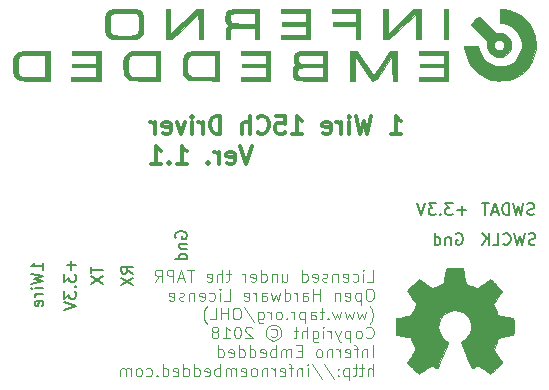
<source format=gbo>
G04 #@! TF.GenerationSoftware,KiCad,Pcbnew,(5.0.1)-3*
G04 #@! TF.CreationDate,2018-11-04T16:08:14+11:00*
G04 #@! TF.ProjectId,15_Channel_SSR_Driver,31355F4368616E6E656C5F5353525F44,1.1*
G04 #@! TF.SameCoordinates,PX7c25018PY69db1f0*
G04 #@! TF.FileFunction,Legend,Bot*
G04 #@! TF.FilePolarity,Positive*
%FSLAX46Y46*%
G04 Gerber Fmt 4.6, Leading zero omitted, Abs format (unit mm)*
G04 Created by KiCad (PCBNEW (5.0.1)-3) date 4/11/2018 4:08:14 PM*
%MOMM*%
%LPD*%
G01*
G04 APERTURE LIST*
%ADD10C,0.150000*%
%ADD11C,0.300000*%
%ADD12C,0.100000*%
%ADD13C,0.002540*%
%ADD14C,0.010000*%
G04 APERTURE END LIST*
D10*
X44552904Y-21994761D02*
X44410047Y-22042380D01*
X44171952Y-22042380D01*
X44076714Y-21994761D01*
X44029095Y-21947142D01*
X43981476Y-21851904D01*
X43981476Y-21756666D01*
X44029095Y-21661428D01*
X44076714Y-21613809D01*
X44171952Y-21566190D01*
X44362428Y-21518571D01*
X44457666Y-21470952D01*
X44505285Y-21423333D01*
X44552904Y-21328095D01*
X44552904Y-21232857D01*
X44505285Y-21137619D01*
X44457666Y-21090000D01*
X44362428Y-21042380D01*
X44124333Y-21042380D01*
X43981476Y-21090000D01*
X43648142Y-21042380D02*
X43410047Y-22042380D01*
X43219571Y-21328095D01*
X43029095Y-22042380D01*
X42791000Y-21042380D01*
X41838619Y-21947142D02*
X41886238Y-21994761D01*
X42029095Y-22042380D01*
X42124333Y-22042380D01*
X42267190Y-21994761D01*
X42362428Y-21899523D01*
X42410047Y-21804285D01*
X42457666Y-21613809D01*
X42457666Y-21470952D01*
X42410047Y-21280476D01*
X42362428Y-21185238D01*
X42267190Y-21090000D01*
X42124333Y-21042380D01*
X42029095Y-21042380D01*
X41886238Y-21090000D01*
X41838619Y-21137619D01*
X40933857Y-22042380D02*
X41410047Y-22042380D01*
X41410047Y-21042380D01*
X40600523Y-22042380D02*
X40600523Y-21042380D01*
X40029095Y-22042380D02*
X40457666Y-21470952D01*
X40029095Y-21042380D02*
X40600523Y-21613809D01*
X44457666Y-19454761D02*
X44314809Y-19502380D01*
X44076714Y-19502380D01*
X43981476Y-19454761D01*
X43933857Y-19407142D01*
X43886238Y-19311904D01*
X43886238Y-19216666D01*
X43933857Y-19121428D01*
X43981476Y-19073809D01*
X44076714Y-19026190D01*
X44267190Y-18978571D01*
X44362428Y-18930952D01*
X44410047Y-18883333D01*
X44457666Y-18788095D01*
X44457666Y-18692857D01*
X44410047Y-18597619D01*
X44362428Y-18550000D01*
X44267190Y-18502380D01*
X44029095Y-18502380D01*
X43886238Y-18550000D01*
X43552904Y-18502380D02*
X43314809Y-19502380D01*
X43124333Y-18788095D01*
X42933857Y-19502380D01*
X42695761Y-18502380D01*
X42314809Y-19502380D02*
X42314809Y-18502380D01*
X42076714Y-18502380D01*
X41933857Y-18550000D01*
X41838619Y-18645238D01*
X41791000Y-18740476D01*
X41743380Y-18930952D01*
X41743380Y-19073809D01*
X41791000Y-19264285D01*
X41838619Y-19359523D01*
X41933857Y-19454761D01*
X42076714Y-19502380D01*
X42314809Y-19502380D01*
X41362428Y-19216666D02*
X40886238Y-19216666D01*
X41457666Y-19502380D02*
X41124333Y-18502380D01*
X40791000Y-19502380D01*
X40600523Y-18502380D02*
X40029095Y-18502380D01*
X40314809Y-19502380D02*
X40314809Y-18502380D01*
X38703000Y-19121428D02*
X37941095Y-19121428D01*
X38322047Y-19502380D02*
X38322047Y-18740476D01*
X37560142Y-18502380D02*
X36941095Y-18502380D01*
X37274428Y-18883333D01*
X37131571Y-18883333D01*
X37036333Y-18930952D01*
X36988714Y-18978571D01*
X36941095Y-19073809D01*
X36941095Y-19311904D01*
X36988714Y-19407142D01*
X37036333Y-19454761D01*
X37131571Y-19502380D01*
X37417285Y-19502380D01*
X37512523Y-19454761D01*
X37560142Y-19407142D01*
X36512523Y-19407142D02*
X36464904Y-19454761D01*
X36512523Y-19502380D01*
X36560142Y-19454761D01*
X36512523Y-19407142D01*
X36512523Y-19502380D01*
X36131571Y-18502380D02*
X35512523Y-18502380D01*
X35845857Y-18883333D01*
X35703000Y-18883333D01*
X35607761Y-18930952D01*
X35560142Y-18978571D01*
X35512523Y-19073809D01*
X35512523Y-19311904D01*
X35560142Y-19407142D01*
X35607761Y-19454761D01*
X35703000Y-19502380D01*
X35988714Y-19502380D01*
X36083952Y-19454761D01*
X36131571Y-19407142D01*
X35226809Y-18502380D02*
X34893476Y-19502380D01*
X34560142Y-18502380D01*
X37853857Y-21090000D02*
X37949095Y-21042380D01*
X38091952Y-21042380D01*
X38234809Y-21090000D01*
X38330047Y-21185238D01*
X38377666Y-21280476D01*
X38425285Y-21470952D01*
X38425285Y-21613809D01*
X38377666Y-21804285D01*
X38330047Y-21899523D01*
X38234809Y-21994761D01*
X38091952Y-22042380D01*
X37996714Y-22042380D01*
X37853857Y-21994761D01*
X37806238Y-21947142D01*
X37806238Y-21613809D01*
X37996714Y-21613809D01*
X37377666Y-21375714D02*
X37377666Y-22042380D01*
X37377666Y-21470952D02*
X37330047Y-21423333D01*
X37234809Y-21375714D01*
X37091952Y-21375714D01*
X36996714Y-21423333D01*
X36949095Y-21518571D01*
X36949095Y-22042380D01*
X36044333Y-22042380D02*
X36044333Y-21042380D01*
X36044333Y-21994761D02*
X36139571Y-22042380D01*
X36330047Y-22042380D01*
X36425285Y-21994761D01*
X36472904Y-21947142D01*
X36520523Y-21851904D01*
X36520523Y-21566190D01*
X36472904Y-21470952D01*
X36425285Y-21423333D01*
X36330047Y-21375714D01*
X36139571Y-21375714D01*
X36044333Y-21423333D01*
X2865380Y-24138095D02*
X2865380Y-23566666D01*
X2865380Y-23852380D02*
X1865380Y-23852380D01*
X2008238Y-23757142D01*
X2103476Y-23661904D01*
X2151095Y-23566666D01*
X1865380Y-24471428D02*
X2865380Y-24709523D01*
X2151095Y-24900000D01*
X2865380Y-25090476D01*
X1865380Y-25328571D01*
X2865380Y-25709523D02*
X2198714Y-25709523D01*
X1865380Y-25709523D02*
X1913000Y-25661904D01*
X1960619Y-25709523D01*
X1913000Y-25757142D01*
X1865380Y-25709523D01*
X1960619Y-25709523D01*
X2865380Y-26185714D02*
X2198714Y-26185714D01*
X2389190Y-26185714D02*
X2293952Y-26233333D01*
X2246333Y-26280952D01*
X2198714Y-26376190D01*
X2198714Y-26471428D01*
X2817761Y-27185714D02*
X2865380Y-27090476D01*
X2865380Y-26900000D01*
X2817761Y-26804761D01*
X2722523Y-26757142D01*
X2341571Y-26757142D01*
X2246333Y-26804761D01*
X2198714Y-26900000D01*
X2198714Y-27090476D01*
X2246333Y-27185714D01*
X2341571Y-27233333D01*
X2436809Y-27233333D01*
X2532047Y-26757142D01*
X5278428Y-23400000D02*
X5278428Y-24161904D01*
X5659380Y-23780952D02*
X4897476Y-23780952D01*
X4659380Y-24542857D02*
X4659380Y-25161904D01*
X5040333Y-24828571D01*
X5040333Y-24971428D01*
X5087952Y-25066666D01*
X5135571Y-25114285D01*
X5230809Y-25161904D01*
X5468904Y-25161904D01*
X5564142Y-25114285D01*
X5611761Y-25066666D01*
X5659380Y-24971428D01*
X5659380Y-24685714D01*
X5611761Y-24590476D01*
X5564142Y-24542857D01*
X5564142Y-25590476D02*
X5611761Y-25638095D01*
X5659380Y-25590476D01*
X5611761Y-25542857D01*
X5564142Y-25590476D01*
X5659380Y-25590476D01*
X4659380Y-25971428D02*
X4659380Y-26590476D01*
X5040333Y-26257142D01*
X5040333Y-26400000D01*
X5087952Y-26495238D01*
X5135571Y-26542857D01*
X5230809Y-26590476D01*
X5468904Y-26590476D01*
X5564142Y-26542857D01*
X5611761Y-26495238D01*
X5659380Y-26400000D01*
X5659380Y-26114285D01*
X5611761Y-26019047D01*
X5564142Y-25971428D01*
X4659380Y-26876190D02*
X5659380Y-27209523D01*
X4659380Y-27542857D01*
X6945380Y-23876095D02*
X6945380Y-24447523D01*
X7945380Y-24161809D02*
X6945380Y-24161809D01*
X6945380Y-24685619D02*
X7945380Y-25352285D01*
X6945380Y-25352285D02*
X7945380Y-24685619D01*
X10485380Y-24471333D02*
X10009190Y-24138000D01*
X10485380Y-23899904D02*
X9485380Y-23899904D01*
X9485380Y-24280857D01*
X9533000Y-24376095D01*
X9580619Y-24423714D01*
X9675857Y-24471333D01*
X9818714Y-24471333D01*
X9913952Y-24423714D01*
X9961571Y-24376095D01*
X10009190Y-24280857D01*
X10009190Y-23899904D01*
X9485380Y-24804666D02*
X10485380Y-25471333D01*
X9485380Y-25471333D02*
X10485380Y-24804666D01*
X14105000Y-21455142D02*
X14057380Y-21359904D01*
X14057380Y-21217047D01*
X14105000Y-21074190D01*
X14200238Y-20978952D01*
X14295476Y-20931333D01*
X14485952Y-20883714D01*
X14628809Y-20883714D01*
X14819285Y-20931333D01*
X14914523Y-20978952D01*
X15009761Y-21074190D01*
X15057380Y-21217047D01*
X15057380Y-21312285D01*
X15009761Y-21455142D01*
X14962142Y-21502761D01*
X14628809Y-21502761D01*
X14628809Y-21312285D01*
X14390714Y-21931333D02*
X15057380Y-21931333D01*
X14485952Y-21931333D02*
X14438333Y-21978952D01*
X14390714Y-22074190D01*
X14390714Y-22217047D01*
X14438333Y-22312285D01*
X14533571Y-22359904D01*
X15057380Y-22359904D01*
X15057380Y-23264666D02*
X14057380Y-23264666D01*
X15009761Y-23264666D02*
X15057380Y-23169428D01*
X15057380Y-22978952D01*
X15009761Y-22883714D01*
X14962142Y-22836095D01*
X14866904Y-22788476D01*
X14581190Y-22788476D01*
X14485952Y-22836095D01*
X14438333Y-22883714D01*
X14390714Y-22978952D01*
X14390714Y-23169428D01*
X14438333Y-23264666D01*
D11*
X32323428Y-12611571D02*
X33180571Y-12611571D01*
X32752000Y-12611571D02*
X32752000Y-11111571D01*
X32894857Y-11325857D01*
X33037714Y-11468714D01*
X33180571Y-11540142D01*
X30680571Y-11111571D02*
X30323428Y-12611571D01*
X30037714Y-11540142D01*
X29752000Y-12611571D01*
X29394857Y-11111571D01*
X28823428Y-12611571D02*
X28823428Y-11611571D01*
X28823428Y-11111571D02*
X28894857Y-11183000D01*
X28823428Y-11254428D01*
X28752000Y-11183000D01*
X28823428Y-11111571D01*
X28823428Y-11254428D01*
X28109142Y-12611571D02*
X28109142Y-11611571D01*
X28109142Y-11897285D02*
X28037714Y-11754428D01*
X27966285Y-11683000D01*
X27823428Y-11611571D01*
X27680571Y-11611571D01*
X26609142Y-12540142D02*
X26752000Y-12611571D01*
X27037714Y-12611571D01*
X27180571Y-12540142D01*
X27252000Y-12397285D01*
X27252000Y-11825857D01*
X27180571Y-11683000D01*
X27037714Y-11611571D01*
X26752000Y-11611571D01*
X26609142Y-11683000D01*
X26537714Y-11825857D01*
X26537714Y-11968714D01*
X27252000Y-12111571D01*
X23966285Y-12611571D02*
X24823428Y-12611571D01*
X24394857Y-12611571D02*
X24394857Y-11111571D01*
X24537714Y-11325857D01*
X24680571Y-11468714D01*
X24823428Y-11540142D01*
X22609142Y-11111571D02*
X23323428Y-11111571D01*
X23394857Y-11825857D01*
X23323428Y-11754428D01*
X23180571Y-11683000D01*
X22823428Y-11683000D01*
X22680571Y-11754428D01*
X22609142Y-11825857D01*
X22537714Y-11968714D01*
X22537714Y-12325857D01*
X22609142Y-12468714D01*
X22680571Y-12540142D01*
X22823428Y-12611571D01*
X23180571Y-12611571D01*
X23323428Y-12540142D01*
X23394857Y-12468714D01*
X21037714Y-12468714D02*
X21109142Y-12540142D01*
X21323428Y-12611571D01*
X21466285Y-12611571D01*
X21680571Y-12540142D01*
X21823428Y-12397285D01*
X21894857Y-12254428D01*
X21966285Y-11968714D01*
X21966285Y-11754428D01*
X21894857Y-11468714D01*
X21823428Y-11325857D01*
X21680571Y-11183000D01*
X21466285Y-11111571D01*
X21323428Y-11111571D01*
X21109142Y-11183000D01*
X21037714Y-11254428D01*
X20394857Y-12611571D02*
X20394857Y-11111571D01*
X19752000Y-12611571D02*
X19752000Y-11825857D01*
X19823428Y-11683000D01*
X19966285Y-11611571D01*
X20180571Y-11611571D01*
X20323428Y-11683000D01*
X20394857Y-11754428D01*
X17894857Y-12611571D02*
X17894857Y-11111571D01*
X17537714Y-11111571D01*
X17323428Y-11183000D01*
X17180571Y-11325857D01*
X17109142Y-11468714D01*
X17037714Y-11754428D01*
X17037714Y-11968714D01*
X17109142Y-12254428D01*
X17180571Y-12397285D01*
X17323428Y-12540142D01*
X17537714Y-12611571D01*
X17894857Y-12611571D01*
X16394857Y-12611571D02*
X16394857Y-11611571D01*
X16394857Y-11897285D02*
X16323428Y-11754428D01*
X16252000Y-11683000D01*
X16109142Y-11611571D01*
X15966285Y-11611571D01*
X15466285Y-12611571D02*
X15466285Y-11611571D01*
X15466285Y-11111571D02*
X15537714Y-11183000D01*
X15466285Y-11254428D01*
X15394857Y-11183000D01*
X15466285Y-11111571D01*
X15466285Y-11254428D01*
X14894857Y-11611571D02*
X14537714Y-12611571D01*
X14180571Y-11611571D01*
X13037714Y-12540142D02*
X13180571Y-12611571D01*
X13466285Y-12611571D01*
X13609142Y-12540142D01*
X13680571Y-12397285D01*
X13680571Y-11825857D01*
X13609142Y-11683000D01*
X13466285Y-11611571D01*
X13180571Y-11611571D01*
X13037714Y-11683000D01*
X12966285Y-11825857D01*
X12966285Y-11968714D01*
X13680571Y-12111571D01*
X12323428Y-12611571D02*
X12323428Y-11611571D01*
X12323428Y-11897285D02*
X12252000Y-11754428D01*
X12180571Y-11683000D01*
X12037714Y-11611571D01*
X11894857Y-11611571D01*
X20537714Y-13661571D02*
X20037714Y-15161571D01*
X19537714Y-13661571D01*
X18466285Y-15090142D02*
X18609142Y-15161571D01*
X18894857Y-15161571D01*
X19037714Y-15090142D01*
X19109142Y-14947285D01*
X19109142Y-14375857D01*
X19037714Y-14233000D01*
X18894857Y-14161571D01*
X18609142Y-14161571D01*
X18466285Y-14233000D01*
X18394857Y-14375857D01*
X18394857Y-14518714D01*
X19109142Y-14661571D01*
X17752000Y-15161571D02*
X17752000Y-14161571D01*
X17752000Y-14447285D02*
X17680571Y-14304428D01*
X17609142Y-14233000D01*
X17466285Y-14161571D01*
X17323428Y-14161571D01*
X16823428Y-15018714D02*
X16752000Y-15090142D01*
X16823428Y-15161571D01*
X16894857Y-15090142D01*
X16823428Y-15018714D01*
X16823428Y-15161571D01*
X14180571Y-15161571D02*
X15037714Y-15161571D01*
X14609142Y-15161571D02*
X14609142Y-13661571D01*
X14752000Y-13875857D01*
X14894857Y-14018714D01*
X15037714Y-14090142D01*
X13537714Y-15018714D02*
X13466285Y-15090142D01*
X13537714Y-15161571D01*
X13609142Y-15090142D01*
X13537714Y-15018714D01*
X13537714Y-15161571D01*
X12037714Y-15161571D02*
X12894857Y-15161571D01*
X12466285Y-15161571D02*
X12466285Y-13661571D01*
X12609142Y-13875857D01*
X12752000Y-14018714D01*
X12894857Y-14090142D01*
D12*
X30335714Y-25154380D02*
X30811904Y-25154380D01*
X30811904Y-24154380D01*
X30002380Y-25154380D02*
X30002380Y-24487714D01*
X30002380Y-24154380D02*
X30050000Y-24202000D01*
X30002380Y-24249619D01*
X29954761Y-24202000D01*
X30002380Y-24154380D01*
X30002380Y-24249619D01*
X29097619Y-25106761D02*
X29192857Y-25154380D01*
X29383333Y-25154380D01*
X29478571Y-25106761D01*
X29526190Y-25059142D01*
X29573809Y-24963904D01*
X29573809Y-24678190D01*
X29526190Y-24582952D01*
X29478571Y-24535333D01*
X29383333Y-24487714D01*
X29192857Y-24487714D01*
X29097619Y-24535333D01*
X28288095Y-25106761D02*
X28383333Y-25154380D01*
X28573809Y-25154380D01*
X28669047Y-25106761D01*
X28716666Y-25011523D01*
X28716666Y-24630571D01*
X28669047Y-24535333D01*
X28573809Y-24487714D01*
X28383333Y-24487714D01*
X28288095Y-24535333D01*
X28240476Y-24630571D01*
X28240476Y-24725809D01*
X28716666Y-24821047D01*
X27811904Y-24487714D02*
X27811904Y-25154380D01*
X27811904Y-24582952D02*
X27764285Y-24535333D01*
X27669047Y-24487714D01*
X27526190Y-24487714D01*
X27430952Y-24535333D01*
X27383333Y-24630571D01*
X27383333Y-25154380D01*
X26954761Y-25106761D02*
X26859523Y-25154380D01*
X26669047Y-25154380D01*
X26573809Y-25106761D01*
X26526190Y-25011523D01*
X26526190Y-24963904D01*
X26573809Y-24868666D01*
X26669047Y-24821047D01*
X26811904Y-24821047D01*
X26907142Y-24773428D01*
X26954761Y-24678190D01*
X26954761Y-24630571D01*
X26907142Y-24535333D01*
X26811904Y-24487714D01*
X26669047Y-24487714D01*
X26573809Y-24535333D01*
X25716666Y-25106761D02*
X25811904Y-25154380D01*
X26002380Y-25154380D01*
X26097619Y-25106761D01*
X26145238Y-25011523D01*
X26145238Y-24630571D01*
X26097619Y-24535333D01*
X26002380Y-24487714D01*
X25811904Y-24487714D01*
X25716666Y-24535333D01*
X25669047Y-24630571D01*
X25669047Y-24725809D01*
X26145238Y-24821047D01*
X24811904Y-25154380D02*
X24811904Y-24154380D01*
X24811904Y-25106761D02*
X24907142Y-25154380D01*
X25097619Y-25154380D01*
X25192857Y-25106761D01*
X25240476Y-25059142D01*
X25288095Y-24963904D01*
X25288095Y-24678190D01*
X25240476Y-24582952D01*
X25192857Y-24535333D01*
X25097619Y-24487714D01*
X24907142Y-24487714D01*
X24811904Y-24535333D01*
X23145238Y-24487714D02*
X23145238Y-25154380D01*
X23573809Y-24487714D02*
X23573809Y-25011523D01*
X23526190Y-25106761D01*
X23430952Y-25154380D01*
X23288095Y-25154380D01*
X23192857Y-25106761D01*
X23145238Y-25059142D01*
X22669047Y-24487714D02*
X22669047Y-25154380D01*
X22669047Y-24582952D02*
X22621428Y-24535333D01*
X22526190Y-24487714D01*
X22383333Y-24487714D01*
X22288095Y-24535333D01*
X22240476Y-24630571D01*
X22240476Y-25154380D01*
X21335714Y-25154380D02*
X21335714Y-24154380D01*
X21335714Y-25106761D02*
X21430952Y-25154380D01*
X21621428Y-25154380D01*
X21716666Y-25106761D01*
X21764285Y-25059142D01*
X21811904Y-24963904D01*
X21811904Y-24678190D01*
X21764285Y-24582952D01*
X21716666Y-24535333D01*
X21621428Y-24487714D01*
X21430952Y-24487714D01*
X21335714Y-24535333D01*
X20478571Y-25106761D02*
X20573809Y-25154380D01*
X20764285Y-25154380D01*
X20859523Y-25106761D01*
X20907142Y-25011523D01*
X20907142Y-24630571D01*
X20859523Y-24535333D01*
X20764285Y-24487714D01*
X20573809Y-24487714D01*
X20478571Y-24535333D01*
X20430952Y-24630571D01*
X20430952Y-24725809D01*
X20907142Y-24821047D01*
X20002380Y-25154380D02*
X20002380Y-24487714D01*
X20002380Y-24678190D02*
X19954761Y-24582952D01*
X19907142Y-24535333D01*
X19811904Y-24487714D01*
X19716666Y-24487714D01*
X18764285Y-24487714D02*
X18383333Y-24487714D01*
X18621428Y-24154380D02*
X18621428Y-25011523D01*
X18573809Y-25106761D01*
X18478571Y-25154380D01*
X18383333Y-25154380D01*
X18050000Y-25154380D02*
X18050000Y-24154380D01*
X17621428Y-25154380D02*
X17621428Y-24630571D01*
X17669047Y-24535333D01*
X17764285Y-24487714D01*
X17907142Y-24487714D01*
X18002380Y-24535333D01*
X18050000Y-24582952D01*
X16764285Y-25106761D02*
X16859523Y-25154380D01*
X17050000Y-25154380D01*
X17145238Y-25106761D01*
X17192857Y-25011523D01*
X17192857Y-24630571D01*
X17145238Y-24535333D01*
X17050000Y-24487714D01*
X16859523Y-24487714D01*
X16764285Y-24535333D01*
X16716666Y-24630571D01*
X16716666Y-24725809D01*
X17192857Y-24821047D01*
X15669047Y-24154380D02*
X15097619Y-24154380D01*
X15383333Y-25154380D02*
X15383333Y-24154380D01*
X14811904Y-24868666D02*
X14335714Y-24868666D01*
X14907142Y-25154380D02*
X14573809Y-24154380D01*
X14240476Y-25154380D01*
X13907142Y-25154380D02*
X13907142Y-24154380D01*
X13526190Y-24154380D01*
X13430952Y-24202000D01*
X13383333Y-24249619D01*
X13335714Y-24344857D01*
X13335714Y-24487714D01*
X13383333Y-24582952D01*
X13430952Y-24630571D01*
X13526190Y-24678190D01*
X13907142Y-24678190D01*
X12335714Y-25154380D02*
X12669047Y-24678190D01*
X12907142Y-25154380D02*
X12907142Y-24154380D01*
X12526190Y-24154380D01*
X12430952Y-24202000D01*
X12383333Y-24249619D01*
X12335714Y-24344857D01*
X12335714Y-24487714D01*
X12383333Y-24582952D01*
X12430952Y-24630571D01*
X12526190Y-24678190D01*
X12907142Y-24678190D01*
X30621428Y-25754380D02*
X30430952Y-25754380D01*
X30335714Y-25802000D01*
X30240476Y-25897238D01*
X30192857Y-26087714D01*
X30192857Y-26421047D01*
X30240476Y-26611523D01*
X30335714Y-26706761D01*
X30430952Y-26754380D01*
X30621428Y-26754380D01*
X30716666Y-26706761D01*
X30811904Y-26611523D01*
X30859523Y-26421047D01*
X30859523Y-26087714D01*
X30811904Y-25897238D01*
X30716666Y-25802000D01*
X30621428Y-25754380D01*
X29764285Y-26087714D02*
X29764285Y-27087714D01*
X29764285Y-26135333D02*
X29669047Y-26087714D01*
X29478571Y-26087714D01*
X29383333Y-26135333D01*
X29335714Y-26182952D01*
X29288095Y-26278190D01*
X29288095Y-26563904D01*
X29335714Y-26659142D01*
X29383333Y-26706761D01*
X29478571Y-26754380D01*
X29669047Y-26754380D01*
X29764285Y-26706761D01*
X28478571Y-26706761D02*
X28573809Y-26754380D01*
X28764285Y-26754380D01*
X28859523Y-26706761D01*
X28907142Y-26611523D01*
X28907142Y-26230571D01*
X28859523Y-26135333D01*
X28764285Y-26087714D01*
X28573809Y-26087714D01*
X28478571Y-26135333D01*
X28430952Y-26230571D01*
X28430952Y-26325809D01*
X28907142Y-26421047D01*
X28002380Y-26087714D02*
X28002380Y-26754380D01*
X28002380Y-26182952D02*
X27954761Y-26135333D01*
X27859523Y-26087714D01*
X27716666Y-26087714D01*
X27621428Y-26135333D01*
X27573809Y-26230571D01*
X27573809Y-26754380D01*
X26335714Y-26754380D02*
X26335714Y-25754380D01*
X26335714Y-26230571D02*
X25764285Y-26230571D01*
X25764285Y-26754380D02*
X25764285Y-25754380D01*
X24859523Y-26754380D02*
X24859523Y-26230571D01*
X24907142Y-26135333D01*
X25002380Y-26087714D01*
X25192857Y-26087714D01*
X25288095Y-26135333D01*
X24859523Y-26706761D02*
X24954761Y-26754380D01*
X25192857Y-26754380D01*
X25288095Y-26706761D01*
X25335714Y-26611523D01*
X25335714Y-26516285D01*
X25288095Y-26421047D01*
X25192857Y-26373428D01*
X24954761Y-26373428D01*
X24859523Y-26325809D01*
X24383333Y-26754380D02*
X24383333Y-26087714D01*
X24383333Y-26278190D02*
X24335714Y-26182952D01*
X24288095Y-26135333D01*
X24192857Y-26087714D01*
X24097619Y-26087714D01*
X23335714Y-26754380D02*
X23335714Y-25754380D01*
X23335714Y-26706761D02*
X23430952Y-26754380D01*
X23621428Y-26754380D01*
X23716666Y-26706761D01*
X23764285Y-26659142D01*
X23811904Y-26563904D01*
X23811904Y-26278190D01*
X23764285Y-26182952D01*
X23716666Y-26135333D01*
X23621428Y-26087714D01*
X23430952Y-26087714D01*
X23335714Y-26135333D01*
X22954761Y-26087714D02*
X22764285Y-26754380D01*
X22573809Y-26278190D01*
X22383333Y-26754380D01*
X22192857Y-26087714D01*
X21383333Y-26754380D02*
X21383333Y-26230571D01*
X21430952Y-26135333D01*
X21526190Y-26087714D01*
X21716666Y-26087714D01*
X21811904Y-26135333D01*
X21383333Y-26706761D02*
X21478571Y-26754380D01*
X21716666Y-26754380D01*
X21811904Y-26706761D01*
X21859523Y-26611523D01*
X21859523Y-26516285D01*
X21811904Y-26421047D01*
X21716666Y-26373428D01*
X21478571Y-26373428D01*
X21383333Y-26325809D01*
X20907142Y-26754380D02*
X20907142Y-26087714D01*
X20907142Y-26278190D02*
X20859523Y-26182952D01*
X20811904Y-26135333D01*
X20716666Y-26087714D01*
X20621428Y-26087714D01*
X19907142Y-26706761D02*
X20002380Y-26754380D01*
X20192857Y-26754380D01*
X20288095Y-26706761D01*
X20335714Y-26611523D01*
X20335714Y-26230571D01*
X20288095Y-26135333D01*
X20192857Y-26087714D01*
X20002380Y-26087714D01*
X19907142Y-26135333D01*
X19859523Y-26230571D01*
X19859523Y-26325809D01*
X20335714Y-26421047D01*
X18192857Y-26754380D02*
X18669047Y-26754380D01*
X18669047Y-25754380D01*
X17859523Y-26754380D02*
X17859523Y-26087714D01*
X17859523Y-25754380D02*
X17907142Y-25802000D01*
X17859523Y-25849619D01*
X17811904Y-25802000D01*
X17859523Y-25754380D01*
X17859523Y-25849619D01*
X16954761Y-26706761D02*
X17050000Y-26754380D01*
X17240476Y-26754380D01*
X17335714Y-26706761D01*
X17383333Y-26659142D01*
X17430952Y-26563904D01*
X17430952Y-26278190D01*
X17383333Y-26182952D01*
X17335714Y-26135333D01*
X17240476Y-26087714D01*
X17050000Y-26087714D01*
X16954761Y-26135333D01*
X16145238Y-26706761D02*
X16240476Y-26754380D01*
X16430952Y-26754380D01*
X16526190Y-26706761D01*
X16573809Y-26611523D01*
X16573809Y-26230571D01*
X16526190Y-26135333D01*
X16430952Y-26087714D01*
X16240476Y-26087714D01*
X16145238Y-26135333D01*
X16097619Y-26230571D01*
X16097619Y-26325809D01*
X16573809Y-26421047D01*
X15669047Y-26087714D02*
X15669047Y-26754380D01*
X15669047Y-26182952D02*
X15621428Y-26135333D01*
X15526190Y-26087714D01*
X15383333Y-26087714D01*
X15288095Y-26135333D01*
X15240476Y-26230571D01*
X15240476Y-26754380D01*
X14811904Y-26706761D02*
X14716666Y-26754380D01*
X14526190Y-26754380D01*
X14430952Y-26706761D01*
X14383333Y-26611523D01*
X14383333Y-26563904D01*
X14430952Y-26468666D01*
X14526190Y-26421047D01*
X14669047Y-26421047D01*
X14764285Y-26373428D01*
X14811904Y-26278190D01*
X14811904Y-26230571D01*
X14764285Y-26135333D01*
X14669047Y-26087714D01*
X14526190Y-26087714D01*
X14430952Y-26135333D01*
X13573809Y-26706761D02*
X13669047Y-26754380D01*
X13859523Y-26754380D01*
X13954761Y-26706761D01*
X14002380Y-26611523D01*
X14002380Y-26230571D01*
X13954761Y-26135333D01*
X13859523Y-26087714D01*
X13669047Y-26087714D01*
X13573809Y-26135333D01*
X13526190Y-26230571D01*
X13526190Y-26325809D01*
X14002380Y-26421047D01*
X30526190Y-28735333D02*
X30573809Y-28687714D01*
X30669047Y-28544857D01*
X30716666Y-28449619D01*
X30764285Y-28306761D01*
X30811904Y-28068666D01*
X30811904Y-27878190D01*
X30764285Y-27640095D01*
X30716666Y-27497238D01*
X30669047Y-27402000D01*
X30573809Y-27259142D01*
X30526190Y-27211523D01*
X30240476Y-27687714D02*
X30050000Y-28354380D01*
X29859523Y-27878190D01*
X29669047Y-28354380D01*
X29478571Y-27687714D01*
X29192857Y-27687714D02*
X29002380Y-28354380D01*
X28811904Y-27878190D01*
X28621428Y-28354380D01*
X28430952Y-27687714D01*
X28145238Y-27687714D02*
X27954761Y-28354380D01*
X27764285Y-27878190D01*
X27573809Y-28354380D01*
X27383333Y-27687714D01*
X27002380Y-28259142D02*
X26954761Y-28306761D01*
X27002380Y-28354380D01*
X27050000Y-28306761D01*
X27002380Y-28259142D01*
X27002380Y-28354380D01*
X26669047Y-27687714D02*
X26288095Y-27687714D01*
X26526190Y-27354380D02*
X26526190Y-28211523D01*
X26478571Y-28306761D01*
X26383333Y-28354380D01*
X26288095Y-28354380D01*
X25526190Y-28354380D02*
X25526190Y-27830571D01*
X25573809Y-27735333D01*
X25669047Y-27687714D01*
X25859523Y-27687714D01*
X25954761Y-27735333D01*
X25526190Y-28306761D02*
X25621428Y-28354380D01*
X25859523Y-28354380D01*
X25954761Y-28306761D01*
X26002380Y-28211523D01*
X26002380Y-28116285D01*
X25954761Y-28021047D01*
X25859523Y-27973428D01*
X25621428Y-27973428D01*
X25526190Y-27925809D01*
X25050000Y-27687714D02*
X25050000Y-28687714D01*
X25050000Y-27735333D02*
X24954761Y-27687714D01*
X24764285Y-27687714D01*
X24669047Y-27735333D01*
X24621428Y-27782952D01*
X24573809Y-27878190D01*
X24573809Y-28163904D01*
X24621428Y-28259142D01*
X24669047Y-28306761D01*
X24764285Y-28354380D01*
X24954761Y-28354380D01*
X25050000Y-28306761D01*
X24145238Y-28354380D02*
X24145238Y-27687714D01*
X24145238Y-27878190D02*
X24097619Y-27782952D01*
X24050000Y-27735333D01*
X23954761Y-27687714D01*
X23859523Y-27687714D01*
X23526190Y-28259142D02*
X23478571Y-28306761D01*
X23526190Y-28354380D01*
X23573809Y-28306761D01*
X23526190Y-28259142D01*
X23526190Y-28354380D01*
X22907142Y-28354380D02*
X23002380Y-28306761D01*
X23050000Y-28259142D01*
X23097619Y-28163904D01*
X23097619Y-27878190D01*
X23050000Y-27782952D01*
X23002380Y-27735333D01*
X22907142Y-27687714D01*
X22764285Y-27687714D01*
X22669047Y-27735333D01*
X22621428Y-27782952D01*
X22573809Y-27878190D01*
X22573809Y-28163904D01*
X22621428Y-28259142D01*
X22669047Y-28306761D01*
X22764285Y-28354380D01*
X22907142Y-28354380D01*
X22145238Y-28354380D02*
X22145238Y-27687714D01*
X22145238Y-27878190D02*
X22097619Y-27782952D01*
X22050000Y-27735333D01*
X21954761Y-27687714D01*
X21859523Y-27687714D01*
X21097619Y-27687714D02*
X21097619Y-28497238D01*
X21145238Y-28592476D01*
X21192857Y-28640095D01*
X21288095Y-28687714D01*
X21430952Y-28687714D01*
X21526190Y-28640095D01*
X21097619Y-28306761D02*
X21192857Y-28354380D01*
X21383333Y-28354380D01*
X21478571Y-28306761D01*
X21526190Y-28259142D01*
X21573809Y-28163904D01*
X21573809Y-27878190D01*
X21526190Y-27782952D01*
X21478571Y-27735333D01*
X21383333Y-27687714D01*
X21192857Y-27687714D01*
X21097619Y-27735333D01*
X19907142Y-27306761D02*
X20764285Y-28592476D01*
X19383333Y-27354380D02*
X19192857Y-27354380D01*
X19097619Y-27402000D01*
X19002380Y-27497238D01*
X18954761Y-27687714D01*
X18954761Y-28021047D01*
X19002380Y-28211523D01*
X19097619Y-28306761D01*
X19192857Y-28354380D01*
X19383333Y-28354380D01*
X19478571Y-28306761D01*
X19573809Y-28211523D01*
X19621428Y-28021047D01*
X19621428Y-27687714D01*
X19573809Y-27497238D01*
X19478571Y-27402000D01*
X19383333Y-27354380D01*
X18526190Y-28354380D02*
X18526190Y-27354380D01*
X18526190Y-27830571D02*
X17954761Y-27830571D01*
X17954761Y-28354380D02*
X17954761Y-27354380D01*
X17002380Y-28354380D02*
X17478571Y-28354380D01*
X17478571Y-27354380D01*
X16764285Y-28735333D02*
X16716666Y-28687714D01*
X16621428Y-28544857D01*
X16573809Y-28449619D01*
X16526190Y-28306761D01*
X16478571Y-28068666D01*
X16478571Y-27878190D01*
X16526190Y-27640095D01*
X16573809Y-27497238D01*
X16621428Y-27402000D01*
X16716666Y-27259142D01*
X16764285Y-27211523D01*
X30240476Y-29859142D02*
X30288095Y-29906761D01*
X30430952Y-29954380D01*
X30526190Y-29954380D01*
X30669047Y-29906761D01*
X30764285Y-29811523D01*
X30811904Y-29716285D01*
X30859523Y-29525809D01*
X30859523Y-29382952D01*
X30811904Y-29192476D01*
X30764285Y-29097238D01*
X30669047Y-29002000D01*
X30526190Y-28954380D01*
X30430952Y-28954380D01*
X30288095Y-29002000D01*
X30240476Y-29049619D01*
X29669047Y-29954380D02*
X29764285Y-29906761D01*
X29811904Y-29859142D01*
X29859523Y-29763904D01*
X29859523Y-29478190D01*
X29811904Y-29382952D01*
X29764285Y-29335333D01*
X29669047Y-29287714D01*
X29526190Y-29287714D01*
X29430952Y-29335333D01*
X29383333Y-29382952D01*
X29335714Y-29478190D01*
X29335714Y-29763904D01*
X29383333Y-29859142D01*
X29430952Y-29906761D01*
X29526190Y-29954380D01*
X29669047Y-29954380D01*
X28907142Y-29287714D02*
X28907142Y-30287714D01*
X28907142Y-29335333D02*
X28811904Y-29287714D01*
X28621428Y-29287714D01*
X28526190Y-29335333D01*
X28478571Y-29382952D01*
X28430952Y-29478190D01*
X28430952Y-29763904D01*
X28478571Y-29859142D01*
X28526190Y-29906761D01*
X28621428Y-29954380D01*
X28811904Y-29954380D01*
X28907142Y-29906761D01*
X28097619Y-29287714D02*
X27859523Y-29954380D01*
X27621428Y-29287714D02*
X27859523Y-29954380D01*
X27954761Y-30192476D01*
X28002380Y-30240095D01*
X28097619Y-30287714D01*
X27240476Y-29954380D02*
X27240476Y-29287714D01*
X27240476Y-29478190D02*
X27192857Y-29382952D01*
X27145238Y-29335333D01*
X27050000Y-29287714D01*
X26954761Y-29287714D01*
X26621428Y-29954380D02*
X26621428Y-29287714D01*
X26621428Y-28954380D02*
X26669047Y-29002000D01*
X26621428Y-29049619D01*
X26573809Y-29002000D01*
X26621428Y-28954380D01*
X26621428Y-29049619D01*
X25716666Y-29287714D02*
X25716666Y-30097238D01*
X25764285Y-30192476D01*
X25811904Y-30240095D01*
X25907142Y-30287714D01*
X26050000Y-30287714D01*
X26145238Y-30240095D01*
X25716666Y-29906761D02*
X25811904Y-29954380D01*
X26002380Y-29954380D01*
X26097619Y-29906761D01*
X26145238Y-29859142D01*
X26192857Y-29763904D01*
X26192857Y-29478190D01*
X26145238Y-29382952D01*
X26097619Y-29335333D01*
X26002380Y-29287714D01*
X25811904Y-29287714D01*
X25716666Y-29335333D01*
X25240476Y-29954380D02*
X25240476Y-28954380D01*
X24811904Y-29954380D02*
X24811904Y-29430571D01*
X24859523Y-29335333D01*
X24954761Y-29287714D01*
X25097619Y-29287714D01*
X25192857Y-29335333D01*
X25240476Y-29382952D01*
X24478571Y-29287714D02*
X24097619Y-29287714D01*
X24335714Y-28954380D02*
X24335714Y-29811523D01*
X24288095Y-29906761D01*
X24192857Y-29954380D01*
X24097619Y-29954380D01*
X22192857Y-29192476D02*
X22288095Y-29144857D01*
X22478571Y-29144857D01*
X22573809Y-29192476D01*
X22669047Y-29287714D01*
X22716666Y-29382952D01*
X22716666Y-29573428D01*
X22669047Y-29668666D01*
X22573809Y-29763904D01*
X22478571Y-29811523D01*
X22288095Y-29811523D01*
X22192857Y-29763904D01*
X22383333Y-28811523D02*
X22621428Y-28859142D01*
X22859523Y-29002000D01*
X23002380Y-29240095D01*
X23050000Y-29478190D01*
X23002380Y-29716285D01*
X22859523Y-29954380D01*
X22621428Y-30097238D01*
X22383333Y-30144857D01*
X22145238Y-30097238D01*
X21907142Y-29954380D01*
X21764285Y-29716285D01*
X21716666Y-29478190D01*
X21764285Y-29240095D01*
X21907142Y-29002000D01*
X22145238Y-28859142D01*
X22383333Y-28811523D01*
X20573809Y-29049619D02*
X20526190Y-29002000D01*
X20430952Y-28954380D01*
X20192857Y-28954380D01*
X20097619Y-29002000D01*
X20050000Y-29049619D01*
X20002380Y-29144857D01*
X20002380Y-29240095D01*
X20050000Y-29382952D01*
X20621428Y-29954380D01*
X20002380Y-29954380D01*
X19383333Y-28954380D02*
X19288095Y-28954380D01*
X19192857Y-29002000D01*
X19145238Y-29049619D01*
X19097619Y-29144857D01*
X19050000Y-29335333D01*
X19050000Y-29573428D01*
X19097619Y-29763904D01*
X19145238Y-29859142D01*
X19192857Y-29906761D01*
X19288095Y-29954380D01*
X19383333Y-29954380D01*
X19478571Y-29906761D01*
X19526190Y-29859142D01*
X19573809Y-29763904D01*
X19621428Y-29573428D01*
X19621428Y-29335333D01*
X19573809Y-29144857D01*
X19526190Y-29049619D01*
X19478571Y-29002000D01*
X19383333Y-28954380D01*
X18097619Y-29954380D02*
X18669047Y-29954380D01*
X18383333Y-29954380D02*
X18383333Y-28954380D01*
X18478571Y-29097238D01*
X18573809Y-29192476D01*
X18669047Y-29240095D01*
X17526190Y-29382952D02*
X17621428Y-29335333D01*
X17669047Y-29287714D01*
X17716666Y-29192476D01*
X17716666Y-29144857D01*
X17669047Y-29049619D01*
X17621428Y-29002000D01*
X17526190Y-28954380D01*
X17335714Y-28954380D01*
X17240476Y-29002000D01*
X17192857Y-29049619D01*
X17145238Y-29144857D01*
X17145238Y-29192476D01*
X17192857Y-29287714D01*
X17240476Y-29335333D01*
X17335714Y-29382952D01*
X17526190Y-29382952D01*
X17621428Y-29430571D01*
X17669047Y-29478190D01*
X17716666Y-29573428D01*
X17716666Y-29763904D01*
X17669047Y-29859142D01*
X17621428Y-29906761D01*
X17526190Y-29954380D01*
X17335714Y-29954380D01*
X17240476Y-29906761D01*
X17192857Y-29859142D01*
X17145238Y-29763904D01*
X17145238Y-29573428D01*
X17192857Y-29478190D01*
X17240476Y-29430571D01*
X17335714Y-29382952D01*
X30811904Y-31554380D02*
X30811904Y-30554380D01*
X30335714Y-30887714D02*
X30335714Y-31554380D01*
X30335714Y-30982952D02*
X30288095Y-30935333D01*
X30192857Y-30887714D01*
X30050000Y-30887714D01*
X29954761Y-30935333D01*
X29907142Y-31030571D01*
X29907142Y-31554380D01*
X29573809Y-30887714D02*
X29192857Y-30887714D01*
X29430952Y-31554380D02*
X29430952Y-30697238D01*
X29383333Y-30602000D01*
X29288095Y-30554380D01*
X29192857Y-30554380D01*
X28478571Y-31506761D02*
X28573809Y-31554380D01*
X28764285Y-31554380D01*
X28859523Y-31506761D01*
X28907142Y-31411523D01*
X28907142Y-31030571D01*
X28859523Y-30935333D01*
X28764285Y-30887714D01*
X28573809Y-30887714D01*
X28478571Y-30935333D01*
X28430952Y-31030571D01*
X28430952Y-31125809D01*
X28907142Y-31221047D01*
X28002380Y-31554380D02*
X28002380Y-30887714D01*
X28002380Y-31078190D02*
X27954761Y-30982952D01*
X27907142Y-30935333D01*
X27811904Y-30887714D01*
X27716666Y-30887714D01*
X27383333Y-30887714D02*
X27383333Y-31554380D01*
X27383333Y-30982952D02*
X27335714Y-30935333D01*
X27240476Y-30887714D01*
X27097619Y-30887714D01*
X27002380Y-30935333D01*
X26954761Y-31030571D01*
X26954761Y-31554380D01*
X26335714Y-31554380D02*
X26430952Y-31506761D01*
X26478571Y-31459142D01*
X26526190Y-31363904D01*
X26526190Y-31078190D01*
X26478571Y-30982952D01*
X26430952Y-30935333D01*
X26335714Y-30887714D01*
X26192857Y-30887714D01*
X26097619Y-30935333D01*
X26050000Y-30982952D01*
X26002380Y-31078190D01*
X26002380Y-31363904D01*
X26050000Y-31459142D01*
X26097619Y-31506761D01*
X26192857Y-31554380D01*
X26335714Y-31554380D01*
X24811904Y-31030571D02*
X24478571Y-31030571D01*
X24335714Y-31554380D02*
X24811904Y-31554380D01*
X24811904Y-30554380D01*
X24335714Y-30554380D01*
X23907142Y-31554380D02*
X23907142Y-30887714D01*
X23907142Y-30982952D02*
X23859523Y-30935333D01*
X23764285Y-30887714D01*
X23621428Y-30887714D01*
X23526190Y-30935333D01*
X23478571Y-31030571D01*
X23478571Y-31554380D01*
X23478571Y-31030571D02*
X23430952Y-30935333D01*
X23335714Y-30887714D01*
X23192857Y-30887714D01*
X23097619Y-30935333D01*
X23050000Y-31030571D01*
X23050000Y-31554380D01*
X22573809Y-31554380D02*
X22573809Y-30554380D01*
X22573809Y-30935333D02*
X22478571Y-30887714D01*
X22288095Y-30887714D01*
X22192857Y-30935333D01*
X22145238Y-30982952D01*
X22097619Y-31078190D01*
X22097619Y-31363904D01*
X22145238Y-31459142D01*
X22192857Y-31506761D01*
X22288095Y-31554380D01*
X22478571Y-31554380D01*
X22573809Y-31506761D01*
X21288095Y-31506761D02*
X21383333Y-31554380D01*
X21573809Y-31554380D01*
X21669047Y-31506761D01*
X21716666Y-31411523D01*
X21716666Y-31030571D01*
X21669047Y-30935333D01*
X21573809Y-30887714D01*
X21383333Y-30887714D01*
X21288095Y-30935333D01*
X21240476Y-31030571D01*
X21240476Y-31125809D01*
X21716666Y-31221047D01*
X20383333Y-31554380D02*
X20383333Y-30554380D01*
X20383333Y-31506761D02*
X20478571Y-31554380D01*
X20669047Y-31554380D01*
X20764285Y-31506761D01*
X20811904Y-31459142D01*
X20859523Y-31363904D01*
X20859523Y-31078190D01*
X20811904Y-30982952D01*
X20764285Y-30935333D01*
X20669047Y-30887714D01*
X20478571Y-30887714D01*
X20383333Y-30935333D01*
X19478571Y-31554380D02*
X19478571Y-30554380D01*
X19478571Y-31506761D02*
X19573809Y-31554380D01*
X19764285Y-31554380D01*
X19859523Y-31506761D01*
X19907142Y-31459142D01*
X19954761Y-31363904D01*
X19954761Y-31078190D01*
X19907142Y-30982952D01*
X19859523Y-30935333D01*
X19764285Y-30887714D01*
X19573809Y-30887714D01*
X19478571Y-30935333D01*
X18621428Y-31506761D02*
X18716666Y-31554380D01*
X18907142Y-31554380D01*
X19002380Y-31506761D01*
X19050000Y-31411523D01*
X19050000Y-31030571D01*
X19002380Y-30935333D01*
X18907142Y-30887714D01*
X18716666Y-30887714D01*
X18621428Y-30935333D01*
X18573809Y-31030571D01*
X18573809Y-31125809D01*
X19050000Y-31221047D01*
X17716666Y-31554380D02*
X17716666Y-30554380D01*
X17716666Y-31506761D02*
X17811904Y-31554380D01*
X18002380Y-31554380D01*
X18097619Y-31506761D01*
X18145238Y-31459142D01*
X18192857Y-31363904D01*
X18192857Y-31078190D01*
X18145238Y-30982952D01*
X18097619Y-30935333D01*
X18002380Y-30887714D01*
X17811904Y-30887714D01*
X17716666Y-30935333D01*
X30811904Y-33154380D02*
X30811904Y-32154380D01*
X30383333Y-33154380D02*
X30383333Y-32630571D01*
X30430952Y-32535333D01*
X30526190Y-32487714D01*
X30669047Y-32487714D01*
X30764285Y-32535333D01*
X30811904Y-32582952D01*
X30050000Y-32487714D02*
X29669047Y-32487714D01*
X29907142Y-32154380D02*
X29907142Y-33011523D01*
X29859523Y-33106761D01*
X29764285Y-33154380D01*
X29669047Y-33154380D01*
X29478571Y-32487714D02*
X29097619Y-32487714D01*
X29335714Y-32154380D02*
X29335714Y-33011523D01*
X29288095Y-33106761D01*
X29192857Y-33154380D01*
X29097619Y-33154380D01*
X28764285Y-32487714D02*
X28764285Y-33487714D01*
X28764285Y-32535333D02*
X28669047Y-32487714D01*
X28478571Y-32487714D01*
X28383333Y-32535333D01*
X28335714Y-32582952D01*
X28288095Y-32678190D01*
X28288095Y-32963904D01*
X28335714Y-33059142D01*
X28383333Y-33106761D01*
X28478571Y-33154380D01*
X28669047Y-33154380D01*
X28764285Y-33106761D01*
X27859523Y-33059142D02*
X27811904Y-33106761D01*
X27859523Y-33154380D01*
X27907142Y-33106761D01*
X27859523Y-33059142D01*
X27859523Y-33154380D01*
X27859523Y-32535333D02*
X27811904Y-32582952D01*
X27859523Y-32630571D01*
X27907142Y-32582952D01*
X27859523Y-32535333D01*
X27859523Y-32630571D01*
X26669047Y-32106761D02*
X27526190Y-33392476D01*
X25621428Y-32106761D02*
X26478571Y-33392476D01*
X25288095Y-33154380D02*
X25288095Y-32487714D01*
X25288095Y-32154380D02*
X25335714Y-32202000D01*
X25288095Y-32249619D01*
X25240476Y-32202000D01*
X25288095Y-32154380D01*
X25288095Y-32249619D01*
X24811904Y-32487714D02*
X24811904Y-33154380D01*
X24811904Y-32582952D02*
X24764285Y-32535333D01*
X24669047Y-32487714D01*
X24526190Y-32487714D01*
X24430952Y-32535333D01*
X24383333Y-32630571D01*
X24383333Y-33154380D01*
X24050000Y-32487714D02*
X23669047Y-32487714D01*
X23907142Y-33154380D02*
X23907142Y-32297238D01*
X23859523Y-32202000D01*
X23764285Y-32154380D01*
X23669047Y-32154380D01*
X22954761Y-33106761D02*
X23050000Y-33154380D01*
X23240476Y-33154380D01*
X23335714Y-33106761D01*
X23383333Y-33011523D01*
X23383333Y-32630571D01*
X23335714Y-32535333D01*
X23240476Y-32487714D01*
X23050000Y-32487714D01*
X22954761Y-32535333D01*
X22907142Y-32630571D01*
X22907142Y-32725809D01*
X23383333Y-32821047D01*
X22478571Y-33154380D02*
X22478571Y-32487714D01*
X22478571Y-32678190D02*
X22430952Y-32582952D01*
X22383333Y-32535333D01*
X22288095Y-32487714D01*
X22192857Y-32487714D01*
X21859523Y-32487714D02*
X21859523Y-33154380D01*
X21859523Y-32582952D02*
X21811904Y-32535333D01*
X21716666Y-32487714D01*
X21573809Y-32487714D01*
X21478571Y-32535333D01*
X21430952Y-32630571D01*
X21430952Y-33154380D01*
X20811904Y-33154380D02*
X20907142Y-33106761D01*
X20954761Y-33059142D01*
X21002380Y-32963904D01*
X21002380Y-32678190D01*
X20954761Y-32582952D01*
X20907142Y-32535333D01*
X20811904Y-32487714D01*
X20669047Y-32487714D01*
X20573809Y-32535333D01*
X20526190Y-32582952D01*
X20478571Y-32678190D01*
X20478571Y-32963904D01*
X20526190Y-33059142D01*
X20573809Y-33106761D01*
X20669047Y-33154380D01*
X20811904Y-33154380D01*
X19669047Y-33106761D02*
X19764285Y-33154380D01*
X19954761Y-33154380D01*
X20050000Y-33106761D01*
X20097619Y-33011523D01*
X20097619Y-32630571D01*
X20050000Y-32535333D01*
X19954761Y-32487714D01*
X19764285Y-32487714D01*
X19669047Y-32535333D01*
X19621428Y-32630571D01*
X19621428Y-32725809D01*
X20097619Y-32821047D01*
X19192857Y-33154380D02*
X19192857Y-32487714D01*
X19192857Y-32582952D02*
X19145238Y-32535333D01*
X19050000Y-32487714D01*
X18907142Y-32487714D01*
X18811904Y-32535333D01*
X18764285Y-32630571D01*
X18764285Y-33154380D01*
X18764285Y-32630571D02*
X18716666Y-32535333D01*
X18621428Y-32487714D01*
X18478571Y-32487714D01*
X18383333Y-32535333D01*
X18335714Y-32630571D01*
X18335714Y-33154380D01*
X17859523Y-33154380D02*
X17859523Y-32154380D01*
X17859523Y-32535333D02*
X17764285Y-32487714D01*
X17573809Y-32487714D01*
X17478571Y-32535333D01*
X17430952Y-32582952D01*
X17383333Y-32678190D01*
X17383333Y-32963904D01*
X17430952Y-33059142D01*
X17478571Y-33106761D01*
X17573809Y-33154380D01*
X17764285Y-33154380D01*
X17859523Y-33106761D01*
X16573809Y-33106761D02*
X16669047Y-33154380D01*
X16859523Y-33154380D01*
X16954761Y-33106761D01*
X17002380Y-33011523D01*
X17002380Y-32630571D01*
X16954761Y-32535333D01*
X16859523Y-32487714D01*
X16669047Y-32487714D01*
X16573809Y-32535333D01*
X16526190Y-32630571D01*
X16526190Y-32725809D01*
X17002380Y-32821047D01*
X15669047Y-33154380D02*
X15669047Y-32154380D01*
X15669047Y-33106761D02*
X15764285Y-33154380D01*
X15954761Y-33154380D01*
X16050000Y-33106761D01*
X16097619Y-33059142D01*
X16145238Y-32963904D01*
X16145238Y-32678190D01*
X16097619Y-32582952D01*
X16050000Y-32535333D01*
X15954761Y-32487714D01*
X15764285Y-32487714D01*
X15669047Y-32535333D01*
X14764285Y-33154380D02*
X14764285Y-32154380D01*
X14764285Y-33106761D02*
X14859523Y-33154380D01*
X15050000Y-33154380D01*
X15145238Y-33106761D01*
X15192857Y-33059142D01*
X15240476Y-32963904D01*
X15240476Y-32678190D01*
X15192857Y-32582952D01*
X15145238Y-32535333D01*
X15050000Y-32487714D01*
X14859523Y-32487714D01*
X14764285Y-32535333D01*
X13907142Y-33106761D02*
X14002380Y-33154380D01*
X14192857Y-33154380D01*
X14288095Y-33106761D01*
X14335714Y-33011523D01*
X14335714Y-32630571D01*
X14288095Y-32535333D01*
X14192857Y-32487714D01*
X14002380Y-32487714D01*
X13907142Y-32535333D01*
X13859523Y-32630571D01*
X13859523Y-32725809D01*
X14335714Y-32821047D01*
X13002380Y-33154380D02*
X13002380Y-32154380D01*
X13002380Y-33106761D02*
X13097619Y-33154380D01*
X13288095Y-33154380D01*
X13383333Y-33106761D01*
X13430952Y-33059142D01*
X13478571Y-32963904D01*
X13478571Y-32678190D01*
X13430952Y-32582952D01*
X13383333Y-32535333D01*
X13288095Y-32487714D01*
X13097619Y-32487714D01*
X13002380Y-32535333D01*
X12526190Y-33059142D02*
X12478571Y-33106761D01*
X12526190Y-33154380D01*
X12573809Y-33106761D01*
X12526190Y-33059142D01*
X12526190Y-33154380D01*
X11621428Y-33106761D02*
X11716666Y-33154380D01*
X11907142Y-33154380D01*
X12002380Y-33106761D01*
X12050000Y-33059142D01*
X12097619Y-32963904D01*
X12097619Y-32678190D01*
X12050000Y-32582952D01*
X12002380Y-32535333D01*
X11907142Y-32487714D01*
X11716666Y-32487714D01*
X11621428Y-32535333D01*
X11050000Y-33154380D02*
X11145238Y-33106761D01*
X11192857Y-33059142D01*
X11240476Y-32963904D01*
X11240476Y-32678190D01*
X11192857Y-32582952D01*
X11145238Y-32535333D01*
X11050000Y-32487714D01*
X10907142Y-32487714D01*
X10811904Y-32535333D01*
X10764285Y-32582952D01*
X10716666Y-32678190D01*
X10716666Y-32963904D01*
X10764285Y-33059142D01*
X10811904Y-33106761D01*
X10907142Y-33154380D01*
X11050000Y-33154380D01*
X10288095Y-33154380D02*
X10288095Y-32487714D01*
X10288095Y-32582952D02*
X10240476Y-32535333D01*
X10145238Y-32487714D01*
X10002380Y-32487714D01*
X9907142Y-32535333D01*
X9859523Y-32630571D01*
X9859523Y-33154380D01*
X9859523Y-32630571D02*
X9811904Y-32535333D01*
X9716666Y-32487714D01*
X9573809Y-32487714D01*
X9478571Y-32535333D01*
X9430952Y-32630571D01*
X9430952Y-33154380D01*
D13*
G04 #@! TO.C,G\002A\002A\002A*
G36*
X34688780Y-32938720D02*
X34739580Y-32910780D01*
X34858960Y-32837120D01*
X35024060Y-32727900D01*
X35222180Y-32595820D01*
X35420300Y-32463740D01*
X35582860Y-32354520D01*
X35697160Y-32280860D01*
X35745420Y-32252920D01*
X35770820Y-32263080D01*
X35864800Y-32308800D01*
X36001960Y-32379920D01*
X36080700Y-32420560D01*
X36205160Y-32473900D01*
X36268660Y-32486600D01*
X36278820Y-32468820D01*
X36324540Y-32372300D01*
X36395660Y-32209740D01*
X36489640Y-31991300D01*
X36598860Y-31737300D01*
X36713160Y-31465520D01*
X36830000Y-31186120D01*
X36941760Y-30919420D01*
X37038280Y-30680660D01*
X37117020Y-30485080D01*
X37167820Y-30350460D01*
X37188140Y-30292040D01*
X37183060Y-30279340D01*
X37119560Y-30218380D01*
X37010340Y-30137100D01*
X36774120Y-29944060D01*
X36540440Y-29651960D01*
X36398200Y-29321760D01*
X36349940Y-28953460D01*
X36390580Y-28613100D01*
X36525200Y-28285440D01*
X36753800Y-27990800D01*
X37030660Y-27769820D01*
X37355780Y-27632660D01*
X37719000Y-27586940D01*
X38066980Y-27627580D01*
X38402260Y-27759660D01*
X38696900Y-27983180D01*
X38821360Y-28127960D01*
X38994080Y-28425140D01*
X39090600Y-28745180D01*
X39100760Y-28826460D01*
X39088060Y-29176980D01*
X38983920Y-29514800D01*
X38798500Y-29817060D01*
X38539420Y-30063440D01*
X38508940Y-30086300D01*
X38389560Y-30175200D01*
X38308280Y-30236160D01*
X38247320Y-30286960D01*
X38694360Y-31363920D01*
X38765480Y-31534100D01*
X38887400Y-31828740D01*
X38996620Y-32082740D01*
X39080440Y-32283400D01*
X39141400Y-32418020D01*
X39166800Y-32473900D01*
X39169340Y-32476440D01*
X39209980Y-32484060D01*
X39291260Y-32453580D01*
X39441120Y-32379920D01*
X39540180Y-32329120D01*
X39654480Y-32273240D01*
X39707820Y-32252920D01*
X39751000Y-32278320D01*
X39860220Y-32349440D01*
X40020240Y-32456120D01*
X40213280Y-32585660D01*
X40396160Y-32710120D01*
X40563800Y-32821880D01*
X40688260Y-32900620D01*
X40746680Y-32933640D01*
X40756840Y-32933640D01*
X40810180Y-32903160D01*
X40906700Y-32821880D01*
X41054020Y-32684720D01*
X41259760Y-32478980D01*
X41292780Y-32448500D01*
X41462960Y-32273240D01*
X41600120Y-32128460D01*
X41694100Y-32024320D01*
X41727120Y-31978600D01*
X41696640Y-31920180D01*
X41620440Y-31798260D01*
X41508680Y-31625540D01*
X41371520Y-31427420D01*
X41015920Y-30909260D01*
X41211500Y-30419040D01*
X41269920Y-30269180D01*
X41346120Y-30088840D01*
X41404540Y-29959300D01*
X41432480Y-29903420D01*
X41485820Y-29883100D01*
X41620440Y-29852620D01*
X41813480Y-29811980D01*
X42044620Y-29768800D01*
X42265600Y-29728160D01*
X42463720Y-29690060D01*
X42608500Y-29662120D01*
X42672000Y-29649420D01*
X42687240Y-29639260D01*
X42702480Y-29608780D01*
X42710100Y-29540200D01*
X42715180Y-29420820D01*
X42717720Y-29230320D01*
X42717720Y-28953460D01*
X42717720Y-28922980D01*
X42715180Y-28661360D01*
X42710100Y-28450540D01*
X42702480Y-28313380D01*
X42694860Y-28260040D01*
X42692320Y-28260040D01*
X42631360Y-28244800D01*
X42491660Y-28214320D01*
X42291000Y-28176220D01*
X42054780Y-28130500D01*
X42039540Y-28127960D01*
X41803320Y-28082240D01*
X41605200Y-28041600D01*
X41465500Y-28008580D01*
X41407080Y-27990800D01*
X41394380Y-27973020D01*
X41348660Y-27881580D01*
X41280080Y-27734260D01*
X41201340Y-27556460D01*
X41125140Y-27371040D01*
X41056560Y-27203400D01*
X41013380Y-27078940D01*
X40998140Y-27023060D01*
X41000680Y-27020520D01*
X41036240Y-26964640D01*
X41117520Y-26842720D01*
X41231820Y-26672540D01*
X41368980Y-26469340D01*
X41379140Y-26454100D01*
X41516300Y-26255980D01*
X41625520Y-26085800D01*
X41699180Y-25966420D01*
X41727120Y-25910540D01*
X41727120Y-25908000D01*
X41681400Y-25847040D01*
X41579800Y-25735280D01*
X41435020Y-25582880D01*
X41259760Y-25405080D01*
X41203880Y-25351740D01*
X41008300Y-25161240D01*
X40873680Y-25036780D01*
X40789860Y-24970740D01*
X40749220Y-24955500D01*
X40749220Y-24958040D01*
X40688260Y-24993600D01*
X40561260Y-25074880D01*
X40391080Y-25191720D01*
X40187880Y-25328880D01*
X40172640Y-25339040D01*
X39974520Y-25476200D01*
X39806880Y-25587960D01*
X39690040Y-25666700D01*
X39636700Y-25697180D01*
X39629080Y-25697180D01*
X39547800Y-25674320D01*
X39405560Y-25623520D01*
X39230300Y-25554940D01*
X39044880Y-25481280D01*
X38877240Y-25410160D01*
X38750240Y-25354280D01*
X38691820Y-25318720D01*
X38689280Y-25316180D01*
X38668960Y-25245060D01*
X38633400Y-25095200D01*
X38592760Y-24889460D01*
X38544500Y-24645620D01*
X38536880Y-24604980D01*
X38493700Y-24366220D01*
X38455600Y-24170640D01*
X38427660Y-24033480D01*
X38412420Y-23977600D01*
X38379400Y-23969980D01*
X38262560Y-23962360D01*
X38084760Y-23957280D01*
X37868860Y-23954740D01*
X37642800Y-23957280D01*
X37421820Y-23962360D01*
X37233860Y-23967440D01*
X37099240Y-23977600D01*
X37043360Y-23987760D01*
X37040820Y-23992840D01*
X37020500Y-24066500D01*
X36987480Y-24216360D01*
X36944300Y-24422100D01*
X36898580Y-24668480D01*
X36888420Y-24711660D01*
X36845240Y-24947880D01*
X36804600Y-25143460D01*
X36776660Y-25278080D01*
X36761420Y-25331420D01*
X36738560Y-25341580D01*
X36642040Y-25384760D01*
X36482020Y-25450800D01*
X36283900Y-25529540D01*
X35826700Y-25714960D01*
X35265360Y-25331420D01*
X35214560Y-25295860D01*
X35011360Y-25158700D01*
X34846260Y-25049480D01*
X34731960Y-24973280D01*
X34683700Y-24947880D01*
X34678620Y-24947880D01*
X34622740Y-24998680D01*
X34513520Y-25102820D01*
X34361120Y-25250140D01*
X34183320Y-25425400D01*
X34053780Y-25557480D01*
X33898840Y-25714960D01*
X33799780Y-25819100D01*
X33746440Y-25887680D01*
X33728660Y-25928320D01*
X33733740Y-25956260D01*
X33769300Y-26014680D01*
X33850580Y-26136600D01*
X33967420Y-26306780D01*
X34104580Y-26504900D01*
X34216340Y-26672540D01*
X34338260Y-26860500D01*
X34417000Y-26995120D01*
X34444940Y-27061160D01*
X34437320Y-27086560D01*
X34399220Y-27198320D01*
X34330640Y-27363420D01*
X34246820Y-27561540D01*
X34051240Y-28006040D01*
X33761680Y-28061920D01*
X33583880Y-28094940D01*
X33337500Y-28143200D01*
X33101280Y-28188920D01*
X32732980Y-28260040D01*
X32720280Y-29613860D01*
X32776160Y-29639260D01*
X32832040Y-29654500D01*
X32969200Y-29684980D01*
X33162240Y-29723080D01*
X33393380Y-29766260D01*
X33588960Y-29801820D01*
X33787080Y-29839920D01*
X33929320Y-29867860D01*
X33990280Y-29880560D01*
X34008060Y-29903420D01*
X34056320Y-29997400D01*
X34127440Y-30149800D01*
X34206180Y-30332680D01*
X34284920Y-30523180D01*
X34353500Y-30698440D01*
X34401760Y-30830520D01*
X34422080Y-30899100D01*
X34394140Y-30952440D01*
X34320480Y-31069280D01*
X34211260Y-31234380D01*
X34076640Y-31429960D01*
X33942020Y-31625540D01*
X33827720Y-31793180D01*
X33748980Y-31915100D01*
X33715960Y-31970980D01*
X33733740Y-32006540D01*
X33812480Y-32103060D01*
X33959800Y-32255460D01*
X34180780Y-32473900D01*
X34216340Y-32509460D01*
X34391600Y-32677100D01*
X34538920Y-32814260D01*
X34643060Y-32905700D01*
X34688780Y-32938720D01*
X34688780Y-32938720D01*
G37*
X34688780Y-32938720D02*
X34739580Y-32910780D01*
X34858960Y-32837120D01*
X35024060Y-32727900D01*
X35222180Y-32595820D01*
X35420300Y-32463740D01*
X35582860Y-32354520D01*
X35697160Y-32280860D01*
X35745420Y-32252920D01*
X35770820Y-32263080D01*
X35864800Y-32308800D01*
X36001960Y-32379920D01*
X36080700Y-32420560D01*
X36205160Y-32473900D01*
X36268660Y-32486600D01*
X36278820Y-32468820D01*
X36324540Y-32372300D01*
X36395660Y-32209740D01*
X36489640Y-31991300D01*
X36598860Y-31737300D01*
X36713160Y-31465520D01*
X36830000Y-31186120D01*
X36941760Y-30919420D01*
X37038280Y-30680660D01*
X37117020Y-30485080D01*
X37167820Y-30350460D01*
X37188140Y-30292040D01*
X37183060Y-30279340D01*
X37119560Y-30218380D01*
X37010340Y-30137100D01*
X36774120Y-29944060D01*
X36540440Y-29651960D01*
X36398200Y-29321760D01*
X36349940Y-28953460D01*
X36390580Y-28613100D01*
X36525200Y-28285440D01*
X36753800Y-27990800D01*
X37030660Y-27769820D01*
X37355780Y-27632660D01*
X37719000Y-27586940D01*
X38066980Y-27627580D01*
X38402260Y-27759660D01*
X38696900Y-27983180D01*
X38821360Y-28127960D01*
X38994080Y-28425140D01*
X39090600Y-28745180D01*
X39100760Y-28826460D01*
X39088060Y-29176980D01*
X38983920Y-29514800D01*
X38798500Y-29817060D01*
X38539420Y-30063440D01*
X38508940Y-30086300D01*
X38389560Y-30175200D01*
X38308280Y-30236160D01*
X38247320Y-30286960D01*
X38694360Y-31363920D01*
X38765480Y-31534100D01*
X38887400Y-31828740D01*
X38996620Y-32082740D01*
X39080440Y-32283400D01*
X39141400Y-32418020D01*
X39166800Y-32473900D01*
X39169340Y-32476440D01*
X39209980Y-32484060D01*
X39291260Y-32453580D01*
X39441120Y-32379920D01*
X39540180Y-32329120D01*
X39654480Y-32273240D01*
X39707820Y-32252920D01*
X39751000Y-32278320D01*
X39860220Y-32349440D01*
X40020240Y-32456120D01*
X40213280Y-32585660D01*
X40396160Y-32710120D01*
X40563800Y-32821880D01*
X40688260Y-32900620D01*
X40746680Y-32933640D01*
X40756840Y-32933640D01*
X40810180Y-32903160D01*
X40906700Y-32821880D01*
X41054020Y-32684720D01*
X41259760Y-32478980D01*
X41292780Y-32448500D01*
X41462960Y-32273240D01*
X41600120Y-32128460D01*
X41694100Y-32024320D01*
X41727120Y-31978600D01*
X41696640Y-31920180D01*
X41620440Y-31798260D01*
X41508680Y-31625540D01*
X41371520Y-31427420D01*
X41015920Y-30909260D01*
X41211500Y-30419040D01*
X41269920Y-30269180D01*
X41346120Y-30088840D01*
X41404540Y-29959300D01*
X41432480Y-29903420D01*
X41485820Y-29883100D01*
X41620440Y-29852620D01*
X41813480Y-29811980D01*
X42044620Y-29768800D01*
X42265600Y-29728160D01*
X42463720Y-29690060D01*
X42608500Y-29662120D01*
X42672000Y-29649420D01*
X42687240Y-29639260D01*
X42702480Y-29608780D01*
X42710100Y-29540200D01*
X42715180Y-29420820D01*
X42717720Y-29230320D01*
X42717720Y-28953460D01*
X42717720Y-28922980D01*
X42715180Y-28661360D01*
X42710100Y-28450540D01*
X42702480Y-28313380D01*
X42694860Y-28260040D01*
X42692320Y-28260040D01*
X42631360Y-28244800D01*
X42491660Y-28214320D01*
X42291000Y-28176220D01*
X42054780Y-28130500D01*
X42039540Y-28127960D01*
X41803320Y-28082240D01*
X41605200Y-28041600D01*
X41465500Y-28008580D01*
X41407080Y-27990800D01*
X41394380Y-27973020D01*
X41348660Y-27881580D01*
X41280080Y-27734260D01*
X41201340Y-27556460D01*
X41125140Y-27371040D01*
X41056560Y-27203400D01*
X41013380Y-27078940D01*
X40998140Y-27023060D01*
X41000680Y-27020520D01*
X41036240Y-26964640D01*
X41117520Y-26842720D01*
X41231820Y-26672540D01*
X41368980Y-26469340D01*
X41379140Y-26454100D01*
X41516300Y-26255980D01*
X41625520Y-26085800D01*
X41699180Y-25966420D01*
X41727120Y-25910540D01*
X41727120Y-25908000D01*
X41681400Y-25847040D01*
X41579800Y-25735280D01*
X41435020Y-25582880D01*
X41259760Y-25405080D01*
X41203880Y-25351740D01*
X41008300Y-25161240D01*
X40873680Y-25036780D01*
X40789860Y-24970740D01*
X40749220Y-24955500D01*
X40749220Y-24958040D01*
X40688260Y-24993600D01*
X40561260Y-25074880D01*
X40391080Y-25191720D01*
X40187880Y-25328880D01*
X40172640Y-25339040D01*
X39974520Y-25476200D01*
X39806880Y-25587960D01*
X39690040Y-25666700D01*
X39636700Y-25697180D01*
X39629080Y-25697180D01*
X39547800Y-25674320D01*
X39405560Y-25623520D01*
X39230300Y-25554940D01*
X39044880Y-25481280D01*
X38877240Y-25410160D01*
X38750240Y-25354280D01*
X38691820Y-25318720D01*
X38689280Y-25316180D01*
X38668960Y-25245060D01*
X38633400Y-25095200D01*
X38592760Y-24889460D01*
X38544500Y-24645620D01*
X38536880Y-24604980D01*
X38493700Y-24366220D01*
X38455600Y-24170640D01*
X38427660Y-24033480D01*
X38412420Y-23977600D01*
X38379400Y-23969980D01*
X38262560Y-23962360D01*
X38084760Y-23957280D01*
X37868860Y-23954740D01*
X37642800Y-23957280D01*
X37421820Y-23962360D01*
X37233860Y-23967440D01*
X37099240Y-23977600D01*
X37043360Y-23987760D01*
X37040820Y-23992840D01*
X37020500Y-24066500D01*
X36987480Y-24216360D01*
X36944300Y-24422100D01*
X36898580Y-24668480D01*
X36888420Y-24711660D01*
X36845240Y-24947880D01*
X36804600Y-25143460D01*
X36776660Y-25278080D01*
X36761420Y-25331420D01*
X36738560Y-25341580D01*
X36642040Y-25384760D01*
X36482020Y-25450800D01*
X36283900Y-25529540D01*
X35826700Y-25714960D01*
X35265360Y-25331420D01*
X35214560Y-25295860D01*
X35011360Y-25158700D01*
X34846260Y-25049480D01*
X34731960Y-24973280D01*
X34683700Y-24947880D01*
X34678620Y-24947880D01*
X34622740Y-24998680D01*
X34513520Y-25102820D01*
X34361120Y-25250140D01*
X34183320Y-25425400D01*
X34053780Y-25557480D01*
X33898840Y-25714960D01*
X33799780Y-25819100D01*
X33746440Y-25887680D01*
X33728660Y-25928320D01*
X33733740Y-25956260D01*
X33769300Y-26014680D01*
X33850580Y-26136600D01*
X33967420Y-26306780D01*
X34104580Y-26504900D01*
X34216340Y-26672540D01*
X34338260Y-26860500D01*
X34417000Y-26995120D01*
X34444940Y-27061160D01*
X34437320Y-27086560D01*
X34399220Y-27198320D01*
X34330640Y-27363420D01*
X34246820Y-27561540D01*
X34051240Y-28006040D01*
X33761680Y-28061920D01*
X33583880Y-28094940D01*
X33337500Y-28143200D01*
X33101280Y-28188920D01*
X32732980Y-28260040D01*
X32720280Y-29613860D01*
X32776160Y-29639260D01*
X32832040Y-29654500D01*
X32969200Y-29684980D01*
X33162240Y-29723080D01*
X33393380Y-29766260D01*
X33588960Y-29801820D01*
X33787080Y-29839920D01*
X33929320Y-29867860D01*
X33990280Y-29880560D01*
X34008060Y-29903420D01*
X34056320Y-29997400D01*
X34127440Y-30149800D01*
X34206180Y-30332680D01*
X34284920Y-30523180D01*
X34353500Y-30698440D01*
X34401760Y-30830520D01*
X34422080Y-30899100D01*
X34394140Y-30952440D01*
X34320480Y-31069280D01*
X34211260Y-31234380D01*
X34076640Y-31429960D01*
X33942020Y-31625540D01*
X33827720Y-31793180D01*
X33748980Y-31915100D01*
X33715960Y-31970980D01*
X33733740Y-32006540D01*
X33812480Y-32103060D01*
X33959800Y-32255460D01*
X34180780Y-32473900D01*
X34216340Y-32509460D01*
X34391600Y-32677100D01*
X34538920Y-32814260D01*
X34643060Y-32905700D01*
X34688780Y-32938720D01*
D14*
G36*
X10145980Y-2078476D02*
X9840942Y-2081166D01*
X9679855Y-2082923D01*
X9341140Y-2087034D01*
X9076542Y-2091443D01*
X8875510Y-2097014D01*
X8727496Y-2104611D01*
X8621951Y-2115097D01*
X8548327Y-2129335D01*
X8496074Y-2148189D01*
X8454644Y-2172523D01*
X8437923Y-2184592D01*
X8342990Y-2261739D01*
X8271342Y-2341207D01*
X8219749Y-2435962D01*
X8184982Y-2558971D01*
X8163814Y-2723201D01*
X8153015Y-2941619D01*
X8149357Y-3227191D01*
X8149167Y-3344334D01*
X8150920Y-3655723D01*
X8158292Y-3895256D01*
X8174449Y-4075711D01*
X8202558Y-4209862D01*
X8245786Y-4310485D01*
X8307299Y-4390357D01*
X8390264Y-4462253D01*
X8434278Y-4494579D01*
X8478365Y-4524239D01*
X8524596Y-4547393D01*
X8583675Y-4564978D01*
X8666301Y-4577929D01*
X8783177Y-4587181D01*
X8945004Y-4593672D01*
X9162484Y-4598336D01*
X9446318Y-4602109D01*
X9694333Y-4604763D01*
X10033362Y-4607956D01*
X10298826Y-4609246D01*
X10501819Y-4607972D01*
X10653434Y-4603475D01*
X10764765Y-4595092D01*
X10846905Y-4582162D01*
X10910946Y-4564025D01*
X10967983Y-4540019D01*
X10993934Y-4527320D01*
X11107443Y-4460993D01*
X11194015Y-4382532D01*
X11257149Y-4280157D01*
X11300343Y-4142090D01*
X11327096Y-3956550D01*
X11340908Y-3711760D01*
X11345276Y-3395940D01*
X11345333Y-3344334D01*
X11345274Y-3327232D01*
X10985500Y-3327232D01*
X10984140Y-3612283D01*
X10974008Y-3836484D01*
X10946028Y-4007153D01*
X10891123Y-4131607D01*
X10800215Y-4217165D01*
X10664228Y-4271143D01*
X10474084Y-4300861D01*
X10220708Y-4313635D01*
X9895021Y-4316784D01*
X9757833Y-4316970D01*
X9459053Y-4316333D01*
X9232137Y-4313073D01*
X9064298Y-4306251D01*
X8942751Y-4294927D01*
X8854709Y-4278161D01*
X8787386Y-4255011D01*
X8763589Y-4243851D01*
X8672561Y-4190407D01*
X8606128Y-4126044D01*
X8560511Y-4037346D01*
X8531934Y-3910902D01*
X8516619Y-3733298D01*
X8510788Y-3491121D01*
X8510248Y-3344334D01*
X8512095Y-3063890D01*
X8523680Y-2843248D01*
X8554067Y-2675235D01*
X8612321Y-2552680D01*
X8707508Y-2468412D01*
X8848692Y-2415260D01*
X9044938Y-2386052D01*
X9305312Y-2373616D01*
X9638878Y-2370782D01*
X9740933Y-2370733D01*
X10097673Y-2371726D01*
X10378761Y-2379387D01*
X10593213Y-2400644D01*
X10750044Y-2442426D01*
X10858269Y-2511662D01*
X10926904Y-2615279D01*
X10964962Y-2760206D01*
X10981460Y-2953373D01*
X10985413Y-3201706D01*
X10985500Y-3327232D01*
X11345274Y-3327232D01*
X11344381Y-3071019D01*
X11340571Y-2867390D01*
X11332478Y-2718477D01*
X11318677Y-2609313D01*
X11297741Y-2524926D01*
X11268244Y-2450350D01*
X11258122Y-2428910D01*
X11155733Y-2276005D01*
X11007333Y-2169876D01*
X10986638Y-2159551D01*
X10927207Y-2132688D01*
X10866138Y-2112009D01*
X10792280Y-2096859D01*
X10694484Y-2086584D01*
X10561602Y-2080531D01*
X10382483Y-2078046D01*
X10145980Y-2078476D01*
X10145980Y-2078476D01*
G37*
X10145980Y-2078476D02*
X9840942Y-2081166D01*
X9679855Y-2082923D01*
X9341140Y-2087034D01*
X9076542Y-2091443D01*
X8875510Y-2097014D01*
X8727496Y-2104611D01*
X8621951Y-2115097D01*
X8548327Y-2129335D01*
X8496074Y-2148189D01*
X8454644Y-2172523D01*
X8437923Y-2184592D01*
X8342990Y-2261739D01*
X8271342Y-2341207D01*
X8219749Y-2435962D01*
X8184982Y-2558971D01*
X8163814Y-2723201D01*
X8153015Y-2941619D01*
X8149357Y-3227191D01*
X8149167Y-3344334D01*
X8150920Y-3655723D01*
X8158292Y-3895256D01*
X8174449Y-4075711D01*
X8202558Y-4209862D01*
X8245786Y-4310485D01*
X8307299Y-4390357D01*
X8390264Y-4462253D01*
X8434278Y-4494579D01*
X8478365Y-4524239D01*
X8524596Y-4547393D01*
X8583675Y-4564978D01*
X8666301Y-4577929D01*
X8783177Y-4587181D01*
X8945004Y-4593672D01*
X9162484Y-4598336D01*
X9446318Y-4602109D01*
X9694333Y-4604763D01*
X10033362Y-4607956D01*
X10298826Y-4609246D01*
X10501819Y-4607972D01*
X10653434Y-4603475D01*
X10764765Y-4595092D01*
X10846905Y-4582162D01*
X10910946Y-4564025D01*
X10967983Y-4540019D01*
X10993934Y-4527320D01*
X11107443Y-4460993D01*
X11194015Y-4382532D01*
X11257149Y-4280157D01*
X11300343Y-4142090D01*
X11327096Y-3956550D01*
X11340908Y-3711760D01*
X11345276Y-3395940D01*
X11345333Y-3344334D01*
X11345274Y-3327232D01*
X10985500Y-3327232D01*
X10984140Y-3612283D01*
X10974008Y-3836484D01*
X10946028Y-4007153D01*
X10891123Y-4131607D01*
X10800215Y-4217165D01*
X10664228Y-4271143D01*
X10474084Y-4300861D01*
X10220708Y-4313635D01*
X9895021Y-4316784D01*
X9757833Y-4316970D01*
X9459053Y-4316333D01*
X9232137Y-4313073D01*
X9064298Y-4306251D01*
X8942751Y-4294927D01*
X8854709Y-4278161D01*
X8787386Y-4255011D01*
X8763589Y-4243851D01*
X8672561Y-4190407D01*
X8606128Y-4126044D01*
X8560511Y-4037346D01*
X8531934Y-3910902D01*
X8516619Y-3733298D01*
X8510788Y-3491121D01*
X8510248Y-3344334D01*
X8512095Y-3063890D01*
X8523680Y-2843248D01*
X8554067Y-2675235D01*
X8612321Y-2552680D01*
X8707508Y-2468412D01*
X8848692Y-2415260D01*
X9044938Y-2386052D01*
X9305312Y-2373616D01*
X9638878Y-2370782D01*
X9740933Y-2370733D01*
X10097673Y-2371726D01*
X10378761Y-2379387D01*
X10593213Y-2400644D01*
X10750044Y-2442426D01*
X10858269Y-2511662D01*
X10926904Y-2615279D01*
X10964962Y-2760206D01*
X10981460Y-2953373D01*
X10985413Y-3201706D01*
X10985500Y-3327232D01*
X11345274Y-3327232D01*
X11344381Y-3071019D01*
X11340571Y-2867390D01*
X11332478Y-2718477D01*
X11318677Y-2609313D01*
X11297741Y-2524926D01*
X11268244Y-2450350D01*
X11258122Y-2428910D01*
X11155733Y-2276005D01*
X11007333Y-2169876D01*
X10986638Y-2159551D01*
X10927207Y-2132688D01*
X10866138Y-2112009D01*
X10792280Y-2096859D01*
X10694484Y-2086584D01*
X10561602Y-2080531D01*
X10382483Y-2078046D01*
X10145980Y-2078476D01*
G36*
X14762518Y-3143250D02*
X13652500Y-4212167D01*
X13641190Y-3143250D01*
X13629880Y-2074334D01*
X13250333Y-2074334D01*
X13250333Y-4614334D01*
X13800169Y-4614334D01*
X14897148Y-3556000D01*
X15149850Y-3312851D01*
X15383392Y-3089383D01*
X15590796Y-2892181D01*
X15765080Y-2727828D01*
X15899264Y-2602909D01*
X15986367Y-2524008D01*
X16019231Y-2497667D01*
X16026092Y-2538110D01*
X16032239Y-2651884D01*
X16037401Y-2827654D01*
X16041311Y-3054084D01*
X16043699Y-3319839D01*
X16044333Y-3556000D01*
X16044333Y-4614334D01*
X16425333Y-4614334D01*
X16425333Y-2074334D01*
X15872536Y-2074334D01*
X14762518Y-3143250D01*
X14762518Y-3143250D01*
G37*
X14762518Y-3143250D02*
X13652500Y-4212167D01*
X13641190Y-3143250D01*
X13629880Y-2074334D01*
X13250333Y-2074334D01*
X13250333Y-4614334D01*
X13800169Y-4614334D01*
X14897148Y-3556000D01*
X15149850Y-3312851D01*
X15383392Y-3089383D01*
X15590796Y-2892181D01*
X15765080Y-2727828D01*
X15899264Y-2602909D01*
X15986367Y-2524008D01*
X16019231Y-2497667D01*
X16026092Y-2538110D01*
X16032239Y-2651884D01*
X16037401Y-2827654D01*
X16041311Y-3054084D01*
X16043699Y-3319839D01*
X16044333Y-3556000D01*
X16044333Y-4614334D01*
X16425333Y-4614334D01*
X16425333Y-2074334D01*
X15872536Y-2074334D01*
X14762518Y-3143250D01*
G36*
X19949583Y-2082011D02*
X19589555Y-2086513D01*
X19304137Y-2091574D01*
X19083273Y-2097853D01*
X18916905Y-2106005D01*
X18794979Y-2116687D01*
X18707436Y-2130557D01*
X18644222Y-2148270D01*
X18595316Y-2170464D01*
X18469309Y-2258879D01*
X18386071Y-2372857D01*
X18334608Y-2533135D01*
X18308667Y-2711149D01*
X18301384Y-2998317D01*
X18345502Y-3219949D01*
X18440777Y-3375161D01*
X18506095Y-3426721D01*
X18588093Y-3479837D01*
X18603062Y-3508251D01*
X18557065Y-3529991D01*
X18542412Y-3534703D01*
X18446650Y-3605078D01*
X18379956Y-3747840D01*
X18341497Y-3965730D01*
X18330333Y-4231974D01*
X18330333Y-4614334D01*
X18711333Y-4614334D01*
X18711333Y-4219546D01*
X18711575Y-4046615D01*
X18718581Y-3912049D01*
X18741775Y-3811043D01*
X18790582Y-3738791D01*
X18874425Y-3690486D01*
X19002729Y-3661324D01*
X19184916Y-3646499D01*
X19430411Y-3641204D01*
X19748637Y-3640634D01*
X19846479Y-3640667D01*
X20785667Y-3640667D01*
X20785667Y-4614334D01*
X21166667Y-4614334D01*
X21166667Y-3302000D01*
X20785667Y-3302000D01*
X19877492Y-3302000D01*
X19516668Y-3299500D01*
X19230720Y-3292090D01*
X19022432Y-3279902D01*
X18894583Y-3263069D01*
X18862717Y-3253430D01*
X18763271Y-3164997D01*
X18698212Y-3018480D01*
X18675412Y-2836200D01*
X18682008Y-2740907D01*
X18696036Y-2648140D01*
X18716843Y-2576244D01*
X18754421Y-2522397D01*
X18818761Y-2483778D01*
X18919854Y-2457566D01*
X19067691Y-2440937D01*
X19272265Y-2431071D01*
X19543565Y-2425145D01*
X19813428Y-2421371D01*
X20785667Y-2408576D01*
X20785667Y-3302000D01*
X21166667Y-3302000D01*
X21166667Y-2068522D01*
X19949583Y-2082011D01*
X19949583Y-2082011D01*
G37*
X19949583Y-2082011D02*
X19589555Y-2086513D01*
X19304137Y-2091574D01*
X19083273Y-2097853D01*
X18916905Y-2106005D01*
X18794979Y-2116687D01*
X18707436Y-2130557D01*
X18644222Y-2148270D01*
X18595316Y-2170464D01*
X18469309Y-2258879D01*
X18386071Y-2372857D01*
X18334608Y-2533135D01*
X18308667Y-2711149D01*
X18301384Y-2998317D01*
X18345502Y-3219949D01*
X18440777Y-3375161D01*
X18506095Y-3426721D01*
X18588093Y-3479837D01*
X18603062Y-3508251D01*
X18557065Y-3529991D01*
X18542412Y-3534703D01*
X18446650Y-3605078D01*
X18379956Y-3747840D01*
X18341497Y-3965730D01*
X18330333Y-4231974D01*
X18330333Y-4614334D01*
X18711333Y-4614334D01*
X18711333Y-4219546D01*
X18711575Y-4046615D01*
X18718581Y-3912049D01*
X18741775Y-3811043D01*
X18790582Y-3738791D01*
X18874425Y-3690486D01*
X19002729Y-3661324D01*
X19184916Y-3646499D01*
X19430411Y-3641204D01*
X19748637Y-3640634D01*
X19846479Y-3640667D01*
X20785667Y-3640667D01*
X20785667Y-4614334D01*
X21166667Y-4614334D01*
X21166667Y-3302000D01*
X20785667Y-3302000D01*
X19877492Y-3302000D01*
X19516668Y-3299500D01*
X19230720Y-3292090D01*
X19022432Y-3279902D01*
X18894583Y-3263069D01*
X18862717Y-3253430D01*
X18763271Y-3164997D01*
X18698212Y-3018480D01*
X18675412Y-2836200D01*
X18682008Y-2740907D01*
X18696036Y-2648140D01*
X18716843Y-2576244D01*
X18754421Y-2522397D01*
X18818761Y-2483778D01*
X18919854Y-2457566D01*
X19067691Y-2440937D01*
X19272265Y-2431071D01*
X19543565Y-2425145D01*
X19813428Y-2421371D01*
X20785667Y-2408576D01*
X20785667Y-3302000D01*
X21166667Y-3302000D01*
X21166667Y-2068522D01*
X19949583Y-2082011D01*
G36*
X22987000Y-2413000D02*
X25103667Y-2413000D01*
X25103667Y-3132667D01*
X23071667Y-3132667D01*
X23071667Y-3471334D01*
X25103667Y-3471334D01*
X25103667Y-4275667D01*
X22987000Y-4275667D01*
X22987000Y-4614334D01*
X25484667Y-4614334D01*
X25484667Y-2074334D01*
X22987000Y-2074334D01*
X22987000Y-2413000D01*
X22987000Y-2413000D01*
G37*
X22987000Y-2413000D02*
X25103667Y-2413000D01*
X25103667Y-3132667D01*
X23071667Y-3132667D01*
X23071667Y-3471334D01*
X25103667Y-3471334D01*
X25103667Y-4275667D01*
X22987000Y-4275667D01*
X22987000Y-4614334D01*
X25484667Y-4614334D01*
X25484667Y-2074334D01*
X22987000Y-2074334D01*
X22987000Y-2413000D01*
G36*
X27305000Y-2413000D02*
X29337000Y-2413000D01*
X29337000Y-3132667D01*
X27389667Y-3132667D01*
X27389667Y-3471334D01*
X29337000Y-3471334D01*
X29337000Y-4614334D01*
X29718000Y-4614334D01*
X29718000Y-2074334D01*
X27305000Y-2074334D01*
X27305000Y-2413000D01*
X27305000Y-2413000D01*
G37*
X27305000Y-2413000D02*
X29337000Y-2413000D01*
X29337000Y-3132667D01*
X27389667Y-3132667D01*
X27389667Y-3471334D01*
X29337000Y-3471334D01*
X29337000Y-4614334D01*
X29718000Y-4614334D01*
X29718000Y-2074334D01*
X27305000Y-2074334D01*
X27305000Y-2413000D01*
G36*
X32067500Y-4208120D02*
X32044880Y-2074334D01*
X31665333Y-2074334D01*
X31665333Y-4614334D01*
X32208917Y-4614334D01*
X33323542Y-3541440D01*
X34438167Y-2468547D01*
X34449465Y-3541440D01*
X34460763Y-4614334D01*
X34840333Y-4614334D01*
X34840333Y-2074334D01*
X34283410Y-2074334D01*
X32067500Y-4208120D01*
X32067500Y-4208120D01*
G37*
X32067500Y-4208120D02*
X32044880Y-2074334D01*
X31665333Y-2074334D01*
X31665333Y-4614334D01*
X32208917Y-4614334D01*
X33323542Y-3541440D01*
X34438167Y-2468547D01*
X34449465Y-3541440D01*
X34460763Y-4614334D01*
X34840333Y-4614334D01*
X34840333Y-2074334D01*
X34283410Y-2074334D01*
X32067500Y-4208120D01*
G36*
X36787667Y-4614334D02*
X37168667Y-4614334D01*
X37168667Y-2074334D01*
X36787667Y-2074334D01*
X36787667Y-4614334D01*
X36787667Y-4614334D01*
G37*
X36787667Y-4614334D02*
X37168667Y-4614334D01*
X37168667Y-2074334D01*
X36787667Y-2074334D01*
X36787667Y-4614334D01*
G36*
X39708869Y-2739432D02*
X39603430Y-2818870D01*
X39480349Y-2931361D01*
X39357553Y-3060619D01*
X39260178Y-3180434D01*
X39103273Y-3394182D01*
X39804532Y-4099508D01*
X40505790Y-4804834D01*
X40483288Y-5022451D01*
X40495118Y-5300737D01*
X40581952Y-5565736D01*
X40734237Y-5799795D01*
X40942424Y-5985263D01*
X41033219Y-6038819D01*
X41148765Y-6078945D01*
X41309584Y-6111252D01*
X41443996Y-6125836D01*
X41622846Y-6129264D01*
X41761435Y-6108172D01*
X41902429Y-6055108D01*
X41934167Y-6040245D01*
X42178449Y-5881704D01*
X42354993Y-5672585D01*
X42463210Y-5413875D01*
X42500846Y-5119580D01*
X41927788Y-5119580D01*
X41897284Y-5278748D01*
X41807957Y-5414711D01*
X41708968Y-5500205D01*
X41615444Y-5553613D01*
X41597252Y-5558888D01*
X41520631Y-5575339D01*
X41495890Y-5582235D01*
X41453163Y-5571440D01*
X41363197Y-5537435D01*
X41342673Y-5528972D01*
X41186818Y-5425613D01*
X41093278Y-5284553D01*
X41061309Y-5124591D01*
X41090169Y-4964525D01*
X41179114Y-4823155D01*
X41327403Y-4719278D01*
X41375398Y-4700794D01*
X41547498Y-4680860D01*
X41698497Y-4728796D01*
X41818685Y-4828579D01*
X41898352Y-4964182D01*
X41927788Y-5119580D01*
X42500846Y-5119580D01*
X42502511Y-5106566D01*
X42502667Y-5084312D01*
X42463865Y-4806720D01*
X42353649Y-4563491D01*
X42181305Y-4363372D01*
X41956116Y-4215110D01*
X41687369Y-4127454D01*
X41465019Y-4106747D01*
X41210538Y-4106334D01*
X40513000Y-3407834D01*
X40313838Y-3209909D01*
X40133687Y-3033754D01*
X39981354Y-2887746D01*
X39865648Y-2780263D01*
X39795373Y-2719683D01*
X39778740Y-2709334D01*
X39708869Y-2739432D01*
X39708869Y-2739432D01*
G37*
X39708869Y-2739432D02*
X39603430Y-2818870D01*
X39480349Y-2931361D01*
X39357553Y-3060619D01*
X39260178Y-3180434D01*
X39103273Y-3394182D01*
X39804532Y-4099508D01*
X40505790Y-4804834D01*
X40483288Y-5022451D01*
X40495118Y-5300737D01*
X40581952Y-5565736D01*
X40734237Y-5799795D01*
X40942424Y-5985263D01*
X41033219Y-6038819D01*
X41148765Y-6078945D01*
X41309584Y-6111252D01*
X41443996Y-6125836D01*
X41622846Y-6129264D01*
X41761435Y-6108172D01*
X41902429Y-6055108D01*
X41934167Y-6040245D01*
X42178449Y-5881704D01*
X42354993Y-5672585D01*
X42463210Y-5413875D01*
X42500846Y-5119580D01*
X41927788Y-5119580D01*
X41897284Y-5278748D01*
X41807957Y-5414711D01*
X41708968Y-5500205D01*
X41615444Y-5553613D01*
X41597252Y-5558888D01*
X41520631Y-5575339D01*
X41495890Y-5582235D01*
X41453163Y-5571440D01*
X41363197Y-5537435D01*
X41342673Y-5528972D01*
X41186818Y-5425613D01*
X41093278Y-5284553D01*
X41061309Y-5124591D01*
X41090169Y-4964525D01*
X41179114Y-4823155D01*
X41327403Y-4719278D01*
X41375398Y-4700794D01*
X41547498Y-4680860D01*
X41698497Y-4728796D01*
X41818685Y-4828579D01*
X41898352Y-4964182D01*
X41927788Y-5119580D01*
X42500846Y-5119580D01*
X42502511Y-5106566D01*
X42502667Y-5084312D01*
X42463865Y-4806720D01*
X42353649Y-4563491D01*
X42181305Y-4363372D01*
X41956116Y-4215110D01*
X41687369Y-4127454D01*
X41465019Y-4106747D01*
X41210538Y-4106334D01*
X40513000Y-3407834D01*
X40313838Y-3209909D01*
X40133687Y-3033754D01*
X39981354Y-2887746D01*
X39865648Y-2780263D01*
X39795373Y-2719683D01*
X39778740Y-2709334D01*
X39708869Y-2739432D01*
G36*
X2169583Y-5638597D02*
X1807523Y-5642617D01*
X1519892Y-5646909D01*
X1296456Y-5652201D01*
X1126980Y-5659220D01*
X1001226Y-5668693D01*
X908961Y-5681347D01*
X839949Y-5697909D01*
X783954Y-5719107D01*
X741348Y-5740050D01*
X599156Y-5838418D01*
X493765Y-5971376D01*
X420231Y-6151009D01*
X373609Y-6389401D01*
X348952Y-6698637D01*
X348938Y-6698972D01*
X345666Y-7076270D01*
X374221Y-7382340D01*
X437438Y-7625504D01*
X538147Y-7814080D01*
X679183Y-7956389D01*
X803062Y-8032750D01*
X860755Y-8060390D01*
X918771Y-8082094D01*
X987697Y-8098578D01*
X1078118Y-8110559D01*
X1200620Y-8118754D01*
X1365789Y-8123879D01*
X1584210Y-8126651D01*
X1866470Y-8127786D01*
X2210303Y-8128000D01*
X3429000Y-8128000D01*
X3429000Y-7831667D01*
X3048000Y-7831667D01*
X2115307Y-7831667D01*
X1780183Y-7830235D01*
X1519599Y-7825563D01*
X1323469Y-7817088D01*
X1181710Y-7804247D01*
X1084236Y-7786475D01*
X1038619Y-7771502D01*
X928595Y-7711781D01*
X848433Y-7629694D01*
X793861Y-7512441D01*
X760607Y-7347219D01*
X744400Y-7121229D01*
X740833Y-6879167D01*
X743044Y-6635803D01*
X750885Y-6460282D01*
X766175Y-6335864D01*
X790729Y-6245811D01*
X815355Y-6192505D01*
X858793Y-6119178D01*
X906389Y-6062099D01*
X968849Y-6019052D01*
X1056882Y-5987816D01*
X1181194Y-5966173D01*
X1352492Y-5951905D01*
X1581484Y-5942794D01*
X1878876Y-5936620D01*
X2063750Y-5933840D01*
X3048000Y-5919846D01*
X3048000Y-7831667D01*
X3429000Y-7831667D01*
X3429000Y-5625694D01*
X2169583Y-5638597D01*
X2169583Y-5638597D01*
G37*
X2169583Y-5638597D02*
X1807523Y-5642617D01*
X1519892Y-5646909D01*
X1296456Y-5652201D01*
X1126980Y-5659220D01*
X1001226Y-5668693D01*
X908961Y-5681347D01*
X839949Y-5697909D01*
X783954Y-5719107D01*
X741348Y-5740050D01*
X599156Y-5838418D01*
X493765Y-5971376D01*
X420231Y-6151009D01*
X373609Y-6389401D01*
X348952Y-6698637D01*
X348938Y-6698972D01*
X345666Y-7076270D01*
X374221Y-7382340D01*
X437438Y-7625504D01*
X538147Y-7814080D01*
X679183Y-7956389D01*
X803062Y-8032750D01*
X860755Y-8060390D01*
X918771Y-8082094D01*
X987697Y-8098578D01*
X1078118Y-8110559D01*
X1200620Y-8118754D01*
X1365789Y-8123879D01*
X1584210Y-8126651D01*
X1866470Y-8127786D01*
X2210303Y-8128000D01*
X3429000Y-8128000D01*
X3429000Y-7831667D01*
X3048000Y-7831667D01*
X2115307Y-7831667D01*
X1780183Y-7830235D01*
X1519599Y-7825563D01*
X1323469Y-7817088D01*
X1181710Y-7804247D01*
X1084236Y-7786475D01*
X1038619Y-7771502D01*
X928595Y-7711781D01*
X848433Y-7629694D01*
X793861Y-7512441D01*
X760607Y-7347219D01*
X744400Y-7121229D01*
X740833Y-6879167D01*
X743044Y-6635803D01*
X750885Y-6460282D01*
X766175Y-6335864D01*
X790729Y-6245811D01*
X815355Y-6192505D01*
X858793Y-6119178D01*
X906389Y-6062099D01*
X968849Y-6019052D01*
X1056882Y-5987816D01*
X1181194Y-5966173D01*
X1352492Y-5951905D01*
X1581484Y-5942794D01*
X1878876Y-5936620D01*
X2063750Y-5933840D01*
X3048000Y-5919846D01*
X3048000Y-7831667D01*
X3429000Y-7831667D01*
X3429000Y-5625694D01*
X2169583Y-5638597D01*
G36*
X5291667Y-5926667D02*
X7366000Y-5926667D01*
X7366000Y-6688667D01*
X5334000Y-6688667D01*
X5334000Y-6985000D01*
X7366000Y-6985000D01*
X7366000Y-7831667D01*
X5249333Y-7831667D01*
X5249333Y-8128000D01*
X7747000Y-8128000D01*
X7747000Y-5630334D01*
X5291667Y-5630334D01*
X5291667Y-5926667D01*
X5291667Y-5926667D01*
G37*
X5291667Y-5926667D02*
X7366000Y-5926667D01*
X7366000Y-6688667D01*
X5334000Y-6688667D01*
X5334000Y-6985000D01*
X7366000Y-6985000D01*
X7366000Y-7831667D01*
X5249333Y-7831667D01*
X5249333Y-8128000D01*
X7747000Y-8128000D01*
X7747000Y-5630334D01*
X5291667Y-5630334D01*
X5291667Y-5926667D01*
G36*
X11588750Y-5630570D02*
X11205936Y-5632398D01*
X10874058Y-5637550D01*
X10600685Y-5645768D01*
X10393388Y-5656790D01*
X10259734Y-5670359D01*
X10225487Y-5677266D01*
X10031065Y-5771841D01*
X9866469Y-5928573D01*
X9753164Y-6125363D01*
X9733948Y-6183224D01*
X9705585Y-6340227D01*
X9687484Y-6554956D01*
X9679647Y-6801741D01*
X9682075Y-7054908D01*
X9694772Y-7288787D01*
X9717740Y-7477706D01*
X9733821Y-7549926D01*
X9831453Y-7767904D01*
X9980489Y-7944022D01*
X10164147Y-8060110D01*
X10223995Y-8080655D01*
X10323525Y-8095653D01*
X10500709Y-8108072D01*
X10748568Y-8117671D01*
X11060121Y-8124210D01*
X11428389Y-8127448D01*
X11588750Y-8127764D01*
X12784667Y-8128000D01*
X12784667Y-7837206D01*
X12403667Y-7837206D01*
X11392023Y-7823853D01*
X11071753Y-7819205D01*
X10825205Y-7814139D01*
X10641437Y-7807686D01*
X10509506Y-7798875D01*
X10418469Y-7786737D01*
X10357383Y-7770302D01*
X10315306Y-7748601D01*
X10287022Y-7725933D01*
X10193988Y-7629296D01*
X10129183Y-7524760D01*
X10087857Y-7394907D01*
X10065256Y-7222318D01*
X10056629Y-6989571D01*
X10056025Y-6879167D01*
X10058753Y-6642230D01*
X10068280Y-6472252D01*
X10086623Y-6351658D01*
X10115799Y-6262877D01*
X10130060Y-6233982D01*
X10179288Y-6148791D01*
X10231175Y-6082373D01*
X10296504Y-6032220D01*
X10386060Y-5995822D01*
X10510625Y-5970670D01*
X10680985Y-5954256D01*
X10907922Y-5944068D01*
X11202220Y-5937600D01*
X11417419Y-5934435D01*
X12403667Y-5921037D01*
X12403667Y-7837206D01*
X12784667Y-7837206D01*
X12784667Y-5630334D01*
X11588750Y-5630570D01*
X11588750Y-5630570D01*
G37*
X11588750Y-5630570D02*
X11205936Y-5632398D01*
X10874058Y-5637550D01*
X10600685Y-5645768D01*
X10393388Y-5656790D01*
X10259734Y-5670359D01*
X10225487Y-5677266D01*
X10031065Y-5771841D01*
X9866469Y-5928573D01*
X9753164Y-6125363D01*
X9733948Y-6183224D01*
X9705585Y-6340227D01*
X9687484Y-6554956D01*
X9679647Y-6801741D01*
X9682075Y-7054908D01*
X9694772Y-7288787D01*
X9717740Y-7477706D01*
X9733821Y-7549926D01*
X9831453Y-7767904D01*
X9980489Y-7944022D01*
X10164147Y-8060110D01*
X10223995Y-8080655D01*
X10323525Y-8095653D01*
X10500709Y-8108072D01*
X10748568Y-8117671D01*
X11060121Y-8124210D01*
X11428389Y-8127448D01*
X11588750Y-8127764D01*
X12784667Y-8128000D01*
X12784667Y-7837206D01*
X12403667Y-7837206D01*
X11392023Y-7823853D01*
X11071753Y-7819205D01*
X10825205Y-7814139D01*
X10641437Y-7807686D01*
X10509506Y-7798875D01*
X10418469Y-7786737D01*
X10357383Y-7770302D01*
X10315306Y-7748601D01*
X10287022Y-7725933D01*
X10193988Y-7629296D01*
X10129183Y-7524760D01*
X10087857Y-7394907D01*
X10065256Y-7222318D01*
X10056629Y-6989571D01*
X10056025Y-6879167D01*
X10058753Y-6642230D01*
X10068280Y-6472252D01*
X10086623Y-6351658D01*
X10115799Y-6262877D01*
X10130060Y-6233982D01*
X10179288Y-6148791D01*
X10231175Y-6082373D01*
X10296504Y-6032220D01*
X10386060Y-5995822D01*
X10510625Y-5970670D01*
X10680985Y-5954256D01*
X10907922Y-5944068D01*
X11202220Y-5937600D01*
X11417419Y-5934435D01*
X12403667Y-5921037D01*
X12403667Y-7837206D01*
X12784667Y-7837206D01*
X12784667Y-5630334D01*
X11588750Y-5630570D01*
G36*
X16605250Y-5631343D02*
X16212823Y-5632728D01*
X15895290Y-5636771D01*
X15642893Y-5644425D01*
X15445877Y-5656641D01*
X15294486Y-5674371D01*
X15178964Y-5698567D01*
X15089554Y-5730182D01*
X15016500Y-5770166D01*
X14989277Y-5789005D01*
X14892437Y-5872177D01*
X14820275Y-5969472D01*
X14769435Y-6094037D01*
X14736557Y-6259020D01*
X14718284Y-6477569D01*
X14711257Y-6762830D01*
X14710833Y-6879167D01*
X14711756Y-7138168D01*
X14715683Y-7328300D01*
X14724354Y-7465353D01*
X14739506Y-7565115D01*
X14762879Y-7643376D01*
X14796212Y-7715925D01*
X14804768Y-7732151D01*
X14900947Y-7866339D01*
X15024380Y-7983502D01*
X15058768Y-8007317D01*
X15106315Y-8035534D01*
X15154709Y-8057955D01*
X15213973Y-8075360D01*
X15294134Y-8088533D01*
X15405217Y-8098256D01*
X15557247Y-8105310D01*
X15760250Y-8110478D01*
X16024251Y-8114542D01*
X16359275Y-8118284D01*
X16499417Y-8119705D01*
X17780000Y-8132577D01*
X17780000Y-7831667D01*
X17399000Y-7831667D01*
X16457083Y-7831601D01*
X16141685Y-7830790D01*
X15899003Y-7827867D01*
X15717100Y-7822021D01*
X15584035Y-7812439D01*
X15487869Y-7798310D01*
X15416664Y-7778823D01*
X15367000Y-7757518D01*
X15244700Y-7675844D01*
X15157198Y-7563381D01*
X15099983Y-7407356D01*
X15068543Y-7194991D01*
X15058367Y-6913512D01*
X15058341Y-6883416D01*
X15066852Y-6595362D01*
X15093956Y-6377575D01*
X15143471Y-6216953D01*
X15219217Y-6100394D01*
X15308550Y-6025210D01*
X15355040Y-6000068D01*
X15415809Y-5980586D01*
X15502136Y-5965836D01*
X15625301Y-5954891D01*
X15796585Y-5946823D01*
X16027268Y-5940705D01*
X16328629Y-5935609D01*
X16412753Y-5934435D01*
X17399000Y-5921037D01*
X17399000Y-7831667D01*
X17780000Y-7831667D01*
X17780000Y-5630334D01*
X16605250Y-5631343D01*
X16605250Y-5631343D01*
G37*
X16605250Y-5631343D02*
X16212823Y-5632728D01*
X15895290Y-5636771D01*
X15642893Y-5644425D01*
X15445877Y-5656641D01*
X15294486Y-5674371D01*
X15178964Y-5698567D01*
X15089554Y-5730182D01*
X15016500Y-5770166D01*
X14989277Y-5789005D01*
X14892437Y-5872177D01*
X14820275Y-5969472D01*
X14769435Y-6094037D01*
X14736557Y-6259020D01*
X14718284Y-6477569D01*
X14711257Y-6762830D01*
X14710833Y-6879167D01*
X14711756Y-7138168D01*
X14715683Y-7328300D01*
X14724354Y-7465353D01*
X14739506Y-7565115D01*
X14762879Y-7643376D01*
X14796212Y-7715925D01*
X14804768Y-7732151D01*
X14900947Y-7866339D01*
X15024380Y-7983502D01*
X15058768Y-8007317D01*
X15106315Y-8035534D01*
X15154709Y-8057955D01*
X15213973Y-8075360D01*
X15294134Y-8088533D01*
X15405217Y-8098256D01*
X15557247Y-8105310D01*
X15760250Y-8110478D01*
X16024251Y-8114542D01*
X16359275Y-8118284D01*
X16499417Y-8119705D01*
X17780000Y-8132577D01*
X17780000Y-7831667D01*
X17399000Y-7831667D01*
X16457083Y-7831601D01*
X16141685Y-7830790D01*
X15899003Y-7827867D01*
X15717100Y-7822021D01*
X15584035Y-7812439D01*
X15487869Y-7798310D01*
X15416664Y-7778823D01*
X15367000Y-7757518D01*
X15244700Y-7675844D01*
X15157198Y-7563381D01*
X15099983Y-7407356D01*
X15068543Y-7194991D01*
X15058367Y-6913512D01*
X15058341Y-6883416D01*
X15066852Y-6595362D01*
X15093956Y-6377575D01*
X15143471Y-6216953D01*
X15219217Y-6100394D01*
X15308550Y-6025210D01*
X15355040Y-6000068D01*
X15415809Y-5980586D01*
X15502136Y-5965836D01*
X15625301Y-5954891D01*
X15796585Y-5946823D01*
X16027268Y-5940705D01*
X16328629Y-5935609D01*
X16412753Y-5934435D01*
X17399000Y-5921037D01*
X17399000Y-7831667D01*
X17780000Y-7831667D01*
X17780000Y-5630334D01*
X16605250Y-5631343D01*
G36*
X19600333Y-5926667D02*
X21717000Y-5926667D01*
X21717000Y-6688667D01*
X19685000Y-6688667D01*
X19685000Y-6985000D01*
X21717000Y-6985000D01*
X21717000Y-7831667D01*
X19600333Y-7831667D01*
X19600333Y-8128000D01*
X22098000Y-8128000D01*
X22098000Y-5630334D01*
X19600333Y-5630334D01*
X19600333Y-5926667D01*
X19600333Y-5926667D01*
G37*
X19600333Y-5926667D02*
X21717000Y-5926667D01*
X21717000Y-6688667D01*
X19685000Y-6688667D01*
X19685000Y-6985000D01*
X21717000Y-6985000D01*
X21717000Y-7831667D01*
X19600333Y-7831667D01*
X19600333Y-8128000D01*
X22098000Y-8128000D01*
X22098000Y-5630334D01*
X19600333Y-5630334D01*
X19600333Y-5926667D01*
G36*
X25728083Y-5630399D02*
X25342569Y-5631223D01*
X25032349Y-5634827D01*
X24788061Y-5642984D01*
X24600340Y-5657464D01*
X24459819Y-5680039D01*
X24357136Y-5712481D01*
X24282924Y-5756560D01*
X24227819Y-5814049D01*
X24182457Y-5886719D01*
X24161816Y-5926667D01*
X24109299Y-6085941D01*
X24092586Y-6263748D01*
X24107816Y-6440676D01*
X24151132Y-6597312D01*
X24218673Y-6714246D01*
X24306580Y-6772063D01*
X24330461Y-6774991D01*
X24350260Y-6788832D01*
X24296533Y-6823323D01*
X24270323Y-6835295D01*
X24139908Y-6921456D01*
X24055849Y-7052403D01*
X24013796Y-7239133D01*
X24009399Y-7492641D01*
X24009493Y-7494722D01*
X24023600Y-7683420D01*
X24048662Y-7809273D01*
X24089759Y-7893895D01*
X24108951Y-7917862D01*
X24164905Y-7975444D01*
X24225481Y-8021464D01*
X24300392Y-8057210D01*
X24399348Y-8083967D01*
X24532060Y-8103024D01*
X24708239Y-8115665D01*
X24937597Y-8123179D01*
X25229844Y-8126851D01*
X25594692Y-8127969D01*
X25694974Y-8128000D01*
X26924000Y-8128000D01*
X26924000Y-7836016D01*
X26543000Y-7836016D01*
X25544359Y-7823258D01*
X25228643Y-7819027D01*
X24986700Y-7814679D01*
X24807644Y-7809077D01*
X24680587Y-7801085D01*
X24594642Y-7789566D01*
X24538922Y-7773382D01*
X24502541Y-7751399D01*
X24474611Y-7722479D01*
X24464859Y-7710560D01*
X24410209Y-7593275D01*
X24385098Y-7436332D01*
X24391169Y-7276719D01*
X24430059Y-7151425D01*
X24439426Y-7137050D01*
X24491001Y-7090754D01*
X24576102Y-7054489D01*
X24703625Y-7027202D01*
X24882464Y-7007837D01*
X25121515Y-6995342D01*
X25429672Y-6988662D01*
X25706917Y-6986844D01*
X26543000Y-6985000D01*
X26543000Y-7836016D01*
X26924000Y-7836016D01*
X26924000Y-6688667D01*
X26543000Y-6688667D01*
X24676485Y-6688667D01*
X24572576Y-6584758D01*
X24490544Y-6448162D01*
X24467485Y-6282459D01*
X24504815Y-6120635D01*
X24549526Y-6047773D01*
X24577732Y-6015554D01*
X24610837Y-5990957D01*
X24660005Y-5972759D01*
X24736402Y-5959741D01*
X24851195Y-5950681D01*
X25015550Y-5944357D01*
X25240633Y-5939548D01*
X25537610Y-5935034D01*
X25586692Y-5934340D01*
X26543000Y-5920847D01*
X26543000Y-6688667D01*
X26924000Y-6688667D01*
X26924000Y-5630334D01*
X25728083Y-5630399D01*
X25728083Y-5630399D01*
G37*
X25728083Y-5630399D02*
X25342569Y-5631223D01*
X25032349Y-5634827D01*
X24788061Y-5642984D01*
X24600340Y-5657464D01*
X24459819Y-5680039D01*
X24357136Y-5712481D01*
X24282924Y-5756560D01*
X24227819Y-5814049D01*
X24182457Y-5886719D01*
X24161816Y-5926667D01*
X24109299Y-6085941D01*
X24092586Y-6263748D01*
X24107816Y-6440676D01*
X24151132Y-6597312D01*
X24218673Y-6714246D01*
X24306580Y-6772063D01*
X24330461Y-6774991D01*
X24350260Y-6788832D01*
X24296533Y-6823323D01*
X24270323Y-6835295D01*
X24139908Y-6921456D01*
X24055849Y-7052403D01*
X24013796Y-7239133D01*
X24009399Y-7492641D01*
X24009493Y-7494722D01*
X24023600Y-7683420D01*
X24048662Y-7809273D01*
X24089759Y-7893895D01*
X24108951Y-7917862D01*
X24164905Y-7975444D01*
X24225481Y-8021464D01*
X24300392Y-8057210D01*
X24399348Y-8083967D01*
X24532060Y-8103024D01*
X24708239Y-8115665D01*
X24937597Y-8123179D01*
X25229844Y-8126851D01*
X25594692Y-8127969D01*
X25694974Y-8128000D01*
X26924000Y-8128000D01*
X26924000Y-7836016D01*
X26543000Y-7836016D01*
X25544359Y-7823258D01*
X25228643Y-7819027D01*
X24986700Y-7814679D01*
X24807644Y-7809077D01*
X24680587Y-7801085D01*
X24594642Y-7789566D01*
X24538922Y-7773382D01*
X24502541Y-7751399D01*
X24474611Y-7722479D01*
X24464859Y-7710560D01*
X24410209Y-7593275D01*
X24385098Y-7436332D01*
X24391169Y-7276719D01*
X24430059Y-7151425D01*
X24439426Y-7137050D01*
X24491001Y-7090754D01*
X24576102Y-7054489D01*
X24703625Y-7027202D01*
X24882464Y-7007837D01*
X25121515Y-6995342D01*
X25429672Y-6988662D01*
X25706917Y-6986844D01*
X26543000Y-6985000D01*
X26543000Y-7836016D01*
X26924000Y-7836016D01*
X26924000Y-6688667D01*
X26543000Y-6688667D01*
X24676485Y-6688667D01*
X24572576Y-6584758D01*
X24490544Y-6448162D01*
X24467485Y-6282459D01*
X24504815Y-6120635D01*
X24549526Y-6047773D01*
X24577732Y-6015554D01*
X24610837Y-5990957D01*
X24660005Y-5972759D01*
X24736402Y-5959741D01*
X24851195Y-5950681D01*
X25015550Y-5944357D01*
X25240633Y-5939548D01*
X25537610Y-5935034D01*
X25586692Y-5934340D01*
X26543000Y-5920847D01*
X26543000Y-6688667D01*
X26924000Y-6688667D01*
X26924000Y-5630334D01*
X25728083Y-5630399D01*
G36*
X32566609Y-5638983D02*
X32282552Y-5651500D01*
X31642669Y-6568893D01*
X31468110Y-6819325D01*
X31306851Y-7050995D01*
X31166066Y-7253574D01*
X31052924Y-7416734D01*
X30974599Y-7530146D01*
X30939724Y-7581261D01*
X30920024Y-7606114D01*
X30897450Y-7615597D01*
X30866415Y-7603028D01*
X30821332Y-7561723D01*
X30756611Y-7485001D01*
X30666668Y-7366178D01*
X30545913Y-7198572D01*
X30388761Y-6975501D01*
X30189622Y-6690281D01*
X30163840Y-6653285D01*
X29451018Y-5630334D01*
X28871333Y-5630334D01*
X28871333Y-8128000D01*
X29250854Y-8128000D01*
X29262177Y-7083432D01*
X29273500Y-6038863D01*
X29993167Y-7083775D01*
X30712833Y-8128686D01*
X30878145Y-8117760D01*
X30926564Y-8113363D01*
X30970028Y-8102164D01*
X31014899Y-8076640D01*
X31067537Y-8029267D01*
X31134304Y-7952521D01*
X31221563Y-7838879D01*
X31335674Y-7680815D01*
X31482999Y-7470808D01*
X31669900Y-7201332D01*
X31745979Y-7091376D01*
X32448500Y-6075919D01*
X32459836Y-7101960D01*
X32471172Y-8128000D01*
X32850667Y-8128000D01*
X32850667Y-5626465D01*
X32566609Y-5638983D01*
X32566609Y-5638983D01*
G37*
X32566609Y-5638983D02*
X32282552Y-5651500D01*
X31642669Y-6568893D01*
X31468110Y-6819325D01*
X31306851Y-7050995D01*
X31166066Y-7253574D01*
X31052924Y-7416734D01*
X30974599Y-7530146D01*
X30939724Y-7581261D01*
X30920024Y-7606114D01*
X30897450Y-7615597D01*
X30866415Y-7603028D01*
X30821332Y-7561723D01*
X30756611Y-7485001D01*
X30666668Y-7366178D01*
X30545913Y-7198572D01*
X30388761Y-6975501D01*
X30189622Y-6690281D01*
X30163840Y-6653285D01*
X29451018Y-5630334D01*
X28871333Y-5630334D01*
X28871333Y-8128000D01*
X29250854Y-8128000D01*
X29262177Y-7083432D01*
X29273500Y-6038863D01*
X29993167Y-7083775D01*
X30712833Y-8128686D01*
X30878145Y-8117760D01*
X30926564Y-8113363D01*
X30970028Y-8102164D01*
X31014899Y-8076640D01*
X31067537Y-8029267D01*
X31134304Y-7952521D01*
X31221563Y-7838879D01*
X31335674Y-7680815D01*
X31482999Y-7470808D01*
X31669900Y-7201332D01*
X31745979Y-7091376D01*
X32448500Y-6075919D01*
X32459836Y-7101960D01*
X32471172Y-8128000D01*
X32850667Y-8128000D01*
X32850667Y-5626465D01*
X32566609Y-5638983D01*
G36*
X34713333Y-5926667D02*
X36787667Y-5926667D01*
X36787667Y-6688667D01*
X34798000Y-6688667D01*
X34798000Y-6985000D01*
X36787667Y-6985000D01*
X36787667Y-7831667D01*
X34671000Y-7831667D01*
X34671000Y-8128000D01*
X37168667Y-8128000D01*
X37168667Y-5630334D01*
X34713333Y-5630334D01*
X34713333Y-5926667D01*
X34713333Y-5926667D01*
G37*
X34713333Y-5926667D02*
X36787667Y-5926667D01*
X36787667Y-6688667D01*
X34798000Y-6688667D01*
X34798000Y-6985000D01*
X36787667Y-6985000D01*
X36787667Y-7831667D01*
X34671000Y-7831667D01*
X34671000Y-8128000D01*
X37168667Y-8128000D01*
X37168667Y-5630334D01*
X34713333Y-5630334D01*
X34713333Y-5926667D01*
G36*
X41571333Y-3248731D02*
X41818785Y-3276727D01*
X42168911Y-3357027D01*
X42491747Y-3509109D01*
X42779235Y-3722302D01*
X43023316Y-3985932D01*
X43215931Y-4289329D01*
X43349022Y-4621821D01*
X43414530Y-4972735D01*
X43404395Y-5331401D01*
X43398650Y-5368866D01*
X43297190Y-5742310D01*
X43128668Y-6076179D01*
X42902416Y-6364282D01*
X42627764Y-6600428D01*
X42314042Y-6778425D01*
X41970582Y-6892082D01*
X41606715Y-6935208D01*
X41231771Y-6901613D01*
X41125144Y-6877374D01*
X40794174Y-6752349D01*
X40489518Y-6561827D01*
X40222953Y-6318533D01*
X40006259Y-6035191D01*
X39851215Y-5724524D01*
X39771713Y-5415366D01*
X39743055Y-5207000D01*
X38524953Y-5207000D01*
X38549122Y-5408084D01*
X38648239Y-5903765D01*
X38819110Y-6367956D01*
X39055571Y-6793551D01*
X39351458Y-7173446D01*
X39700607Y-7500537D01*
X40096855Y-7767717D01*
X40534037Y-7967884D01*
X40851667Y-8062119D01*
X41119366Y-8104850D01*
X41435970Y-8124116D01*
X41769155Y-8120332D01*
X42086596Y-8093912D01*
X42355969Y-8045270D01*
X42365951Y-8042694D01*
X42810273Y-7888039D01*
X43219335Y-7663876D01*
X43603627Y-7364048D01*
X43735827Y-7238492D01*
X43910378Y-7058959D01*
X44039435Y-6908168D01*
X44142030Y-6760043D01*
X44237196Y-6588512D01*
X44293173Y-6474939D01*
X44486596Y-5982892D01*
X44595504Y-5488278D01*
X44620041Y-4989849D01*
X44560350Y-4486354D01*
X44533735Y-4365578D01*
X44384540Y-3914237D01*
X44165690Y-3495490D01*
X43885754Y-3116755D01*
X43553302Y-2785452D01*
X43176901Y-2508997D01*
X42765119Y-2294811D01*
X42326526Y-2150311D01*
X41899417Y-2084784D01*
X41571333Y-2062236D01*
X41571333Y-3248731D01*
X41571333Y-3248731D01*
G37*
X41571333Y-3248731D02*
X41818785Y-3276727D01*
X42168911Y-3357027D01*
X42491747Y-3509109D01*
X42779235Y-3722302D01*
X43023316Y-3985932D01*
X43215931Y-4289329D01*
X43349022Y-4621821D01*
X43414530Y-4972735D01*
X43404395Y-5331401D01*
X43398650Y-5368866D01*
X43297190Y-5742310D01*
X43128668Y-6076179D01*
X42902416Y-6364282D01*
X42627764Y-6600428D01*
X42314042Y-6778425D01*
X41970582Y-6892082D01*
X41606715Y-6935208D01*
X41231771Y-6901613D01*
X41125144Y-6877374D01*
X40794174Y-6752349D01*
X40489518Y-6561827D01*
X40222953Y-6318533D01*
X40006259Y-6035191D01*
X39851215Y-5724524D01*
X39771713Y-5415366D01*
X39743055Y-5207000D01*
X38524953Y-5207000D01*
X38549122Y-5408084D01*
X38648239Y-5903765D01*
X38819110Y-6367956D01*
X39055571Y-6793551D01*
X39351458Y-7173446D01*
X39700607Y-7500537D01*
X40096855Y-7767717D01*
X40534037Y-7967884D01*
X40851667Y-8062119D01*
X41119366Y-8104850D01*
X41435970Y-8124116D01*
X41769155Y-8120332D01*
X42086596Y-8093912D01*
X42355969Y-8045270D01*
X42365951Y-8042694D01*
X42810273Y-7888039D01*
X43219335Y-7663876D01*
X43603627Y-7364048D01*
X43735827Y-7238492D01*
X43910378Y-7058959D01*
X44039435Y-6908168D01*
X44142030Y-6760043D01*
X44237196Y-6588512D01*
X44293173Y-6474939D01*
X44486596Y-5982892D01*
X44595504Y-5488278D01*
X44620041Y-4989849D01*
X44560350Y-4486354D01*
X44533735Y-4365578D01*
X44384540Y-3914237D01*
X44165690Y-3495490D01*
X43885754Y-3116755D01*
X43553302Y-2785452D01*
X43176901Y-2508997D01*
X42765119Y-2294811D01*
X42326526Y-2150311D01*
X41899417Y-2084784D01*
X41571333Y-2062236D01*
X41571333Y-3248731D01*
G04 #@! TD*
M02*

</source>
